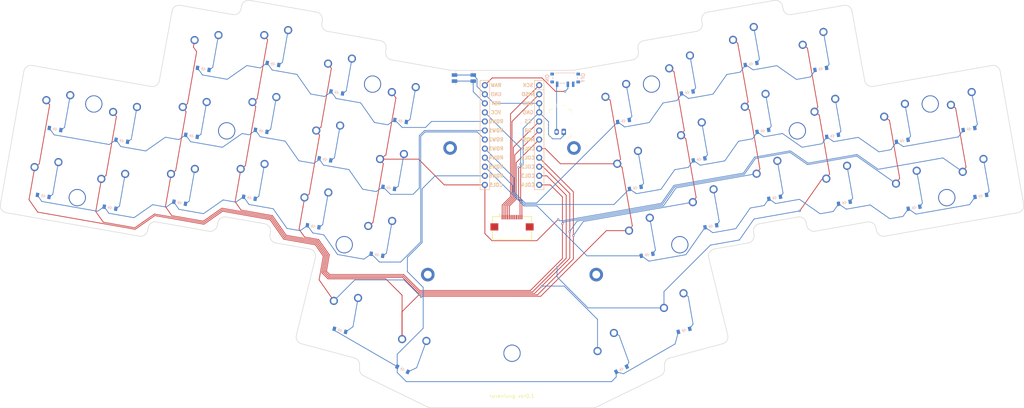
<source format=kicad_pcb>
(kicad_pcb (version 20240108) (generator "pcbnew") (generator_version "8.0")
  (title_block (title "raveniung-board") (date "2025-01-16") (rev "v1.0.0") (company "Unknown"))
  (layers (0 "F.Cu" signal) (31 "B.Cu" signal) (34 "B.Paste" user) (35 "F.Paste" user) (36 "B.SilkS" user "B.Silkscreen") (37 "F.SilkS" user "F.Silkscreen") (38 "B.Mask" user) (39 "F.Mask" user) (44 "Edge.Cuts" user))
  (net 0 "")
  (net 1 "outer_bottom")
  (net 2 "COL0")
  (net 3 "GND")
  (net 4 "outer_home")
  (net 5 "pinky_bottom")
  (net 6 "COL1")
  (net 7 "pinky_home")
  (net 8 "ring_bottom")
  (net 9 "COL2")
  (net 10 "ring_home")
  (net 11 "ring_top")
  (net 12 "middle_bottom")
  (net 13 "COL3")
  (net 14 "middle_home")
  (net 15 "middle_top")
  (net 16 "index_bottom")
  (net 17 "COL4")
  (net 18 "index_home")
  (net 19 "index_top")
  (net 20 "inner_bottom")
  (net 21 "COL5")
  (net 22 "inner_home")
  (net 23 "inner_top")
  (net 24 "mirror_outer_bottom")
  (net 25 "mirror_outer_home")
  (net 26 "mirror_pinky_bottom")
  (net 27 "mirror_pinky_home")
  (net 28 "mirror_ring_bottom")
  (net 29 "mirror_ring_home")
  (net 30 "mirror_ring_top")
  (net 31 "mirror_middle_bottom")
  (net 32 "mirror_middle_home")
  (net 33 "mirror_middle_top")
  (net 34 "mirror_index_bottom")
  (net 35 "mirror_index_home")
  (net 36 "mirror_index_top")
  (net 37 "mirror_inner_bottom")
  (net 38 "mirror_inner_home")
  (net 39 "mirror_inner_top")
  (net 40 "inner_thumb")
  (net 41 "reachy_thumb")
  (net 42 "mirror_inner_thumb")
  (net 43 "mirror_reachy_thumb")
  (net 44 "ROW2")
  (net 45 "ROW1")
  (net 46 "ROW0")
  (net 47 "ROW5")
  (net 48 "ROW4")
  (net 49 "ROW3")
  (net 50 "ROW6")
  (net 51 "RAW")
  (net 52 "RST")
  (net 53 "VCC")
  (net 54 "SCK")
  (net 55 "MISO")
  (net 56 "CS")
  (net 57 "DR")
  (net 58 "MOSI")
  (net 59 "P6")
  (net 60 "P7")
  (net 61 "P8")
  (net 62 "P9")
  (net 63 "P10")
  (net 64 "BAT_P")
  (footprint "ceoloide:mounting_hole_npth" (layer "F.Cu") (at 90.716014 98.133855 -10)
    (property "Reference" "MH8" (hide yes))
    (property "Value" "")
  )
  (footprint "ceoloide:mounting_hole_plated" (layer "F.Cu") (at 184.35503 145.981016 -10)
    (property "Reference" "H3" (hide yes))
    (property "Value" "")
  )
  (footprint "ceoloide:mounting_hole_npth" (layer "F.Cu") (at 287.970891 105.670517 10)
    (property "Reference" "MH7" (hide yes))
    (property "Value" "")
  )
  (footprint "ceoloide:mounting_hole_npth" (layer "F.Cu") (at 86.084815 124.398686 -10)
    (property "Reference" "MH10" (hide yes))
    (property "Value" "")
  )
  (footprint "ceoloide:mounting_hole_npth" (layer "F.Cu") (at 325.228188 98.133859 10)
    (property "Reference" "MH9" (hide yes))
    (property "Value" "")
  )
  (footprint "ceoloide:mounting_hole_plated" (layer "F.Cu") (at 225.329145 110.478688 10)
    (property "Reference" "H2" (hide yes))
    (property "Value" "")
  )
  (footprint "ceoloide:mounting_hole_npth" (layer "F.Cu") (at 329.859384 124.398685 10)
    (property "Reference" "MH11" (hide yes))
    (property "Value" "")
  )
  (footprint "FPC-SMD_FPC05012-09200" (layer "F.Cu") (at 207.9721 131.237236)
    (property "Reference" "FFC1" (hide yes))
    (property "Value" "")
  )
  (footprint "ceoloide:mounting_hole_plated" (layer "F.Cu") (at 231.589166 145.981006 10)
    (property "Reference" "H4" (hide yes))
    (property "Value" "")
  )
  (footprint "ceoloide:battery_connector_jst_ph_2" (layer "F.Cu") (at 221.472103 105.97665 180)
    (property "Reference" "JST1" (hide yes))
    (property "Value" "")
  )
  (footprint "ceoloide:mounting_hole_npth" (layer "F.Cu") (at 247.074795 92.570533 10)
    (property "Reference" "MH3" (hide yes))
    (property "Value" "")
  )
  (footprint "ceoloide:mounting_hole_npth" (layer "F.Cu") (at 127.97331 105.670523 -10)
    (property "Reference" "MH6" (hide yes))
    (property "Value" "")
  )
  (footprint "ceoloide:mounting_hole_plated" (layer "F.Cu") (at 190.615044 110.478688 -10)
    (property "Reference" "H1" (hide yes))
    (property "Value" "")
  )
  (footprint "ceoloide:mounting_hole_npth" (layer "F.Cu") (at 207.972101 168.021817)
    (property "Reference" "MH1" (hide yes))
    (property "Value" "")
  )
  (footprint "ceoloide:mounting_hole_npth" (layer "F.Cu") (at 168.8694 92.570537 -10)
    (property "Reference" "MH2" (hide yes))
    (property "Value" "")
  )
  (footprint "ceoloide:mounting_hole_npth" (layer "F.Cu") (at 160.930204 137.59595 -10)
    (property "Reference" "MH4" (hide yes))
    (property "Value" "")
  )
  (footprint "ceoloide:mcu_nice_nano" (layer "F.Cu") (at 207.972091 105.576652)
    (property "Reference" "MCU1" (hide yes))
    (property "Value" "")
  )
  (footprint "ceoloide:mounting_hole_npth" (layer "F.Cu") (at 255.013992 137.59595 10)
    (property "Reference" "MH5" (hide yes))
    (property "Value" "")
  )
  (footprint "ceoloide:switch_mx" (layer "B.Cu") (at 159.70375 89.987188 -10)
    (property "Reference" "S13" (hide yes))
    (property "Value" "")
  )
  (footprint "ceoloide:diode_tht_sod123" (layer "B.Cu") (at 137.643162 105.682352 -10)
    (property "Reference" "D9" (hide yes))
    (property "Value" "")
  )
  (footprint "ceoloide:switch_mx" (layer "B.Cu") (at 179.462509 168.021822 -26)
    (property "Reference" "S33" (hide yes))
    (property "Value" "")
  )
  (footprint "ceoloide:switch_mx" (layer "B.Cu") (at 118.97306 102.149139 -10)
    (property "Reference" "S6" (hide yes))
    (property "Value" "")
  )
  (footprint "ceoloide:switch_mx" (layer "B.Cu") (at 115.665057 120.909731 -10)
    (property "Reference" "S5" (hide yes))
    (property "Value" "")
  )
  (footprint "ceoloide:diode_tht_sod123" (layer "B.Cu") (at 173.411857 121.661275 -10)
    (property "Reference" "D15" (hide yes))
    (property "Value" "")
  )
  (footprint "ceoloide:switch_mx" (layer "B.Cu") (at 256.240449 89.987193 10)
    (property "Reference" "S29" (hide yes))
    (property "Value" "")
  )
  (footprint "ceoloide:diode_tht_sod123" (layer "B.Cu") (at 176.719857 102.900692 -10)
    (property "Reference" "D16" (hide yes))
    (property "Value" "")
  )
  (footprint "ceoloide:diode_tht_sod123" (layer "B.Cu") (at 152.219512 132.432404 -10)
    (property "Reference" "D11" (hide yes))
    (property "Value" "")
  )
  (footprint "ceoloide:switch_mx" (layer "B.Cu") (at 244.972097 135.497825 10)
    (property "Reference" "S30" (hide yes))
    (property "Value" "")
  )
  (footprint "ceoloide:switch_mx" (layer "B.Cu") (at 77.415364 119.001247 -10)
    (property "Reference" "S1" (hide yes))
    (property "Value" "")
  )
  (footprint "ceoloide:switch_mx" (layer "B.Cu") (at 259.54845 108.747784 10)
    (property "Reference" "S28" (hide yes))
    (property "Value" "")
  )
  (footprint "ceoloide:switch_mx" (layer "B.Cu") (at 316.50949 103.539982 10)
    (property "Reference" "S20" (hide yes))
    (property "Value" "")
  )
  (footprint "ceoloide:diode_tht_sod123" (layer "B.Cu") (at 155.527508 113.67181 -10)
    (property "Reference" "D12" (hide yes))
    (property "Value" "")
  )
  (footprint "ceoloide:diode_tht_sod123" (layer "B.Cu") (at 297.839385 107.073183 10)
    (property "Reference" "D22" (hide yes))
    (property "Value" "")
  )
  (footprint "ceoloide:diode_tht_sod123" (layer "B.Cu") (at 114.796819 125.83377 -10)
    (property "Reference" "D5" (hide yes))
    (property "Value" "")
  )
  (footprint "ceoloide:diode_tht_sod123" (layer "B.Cu") (at 263.724683 132.432401 10)
    (property "Reference" "D27" (hide yes))
    (property "Value" "")
  )
  (footprint "ceoloide:diode_tht_sod123" (layer "B.Cu") (at 260.416692 113.671818 10)
    (property "Reference" "D28" (hide yes))
    (property "Value" "")
  )
  (footprint "ceoloide:diode_tht_sod123" (layer "B.Cu") (at 238.673544 172.515791 26)
    (property "Reference" "D35" (hide yes))
    (property "Value" "")
  )
  (footprint "ceoloide:switch_mx" (layer "B.Cu") (at 254.908793 156.777176 15)
    (property "Reference" "S36" (hide yes))
    (property "Value" "")
  )
  (footprint "ceoloide:switch_mx" (layer "B.Cu") (at 156.395749 108.747779 -10)
    (property "Reference" "S12" (hide yes))
    (property "Value" "")
  )
  (footprint "ceoloide:switch_mx" (layer "B.Cu") (at 161.03541 156.777176 -15)
    (property "Reference" "S34" (hide yes))
    (property "Value" "")
  )
  (footprint "ceoloide:switch_mx" (layer "B.Cu") (at 300.279141 120.90973 10)
    (property "Reference" "S21" (hide yes))
    (property "Value" "")
  )
  (footprint "ceoloide:switch_mx" (layer "B.Cu") (at 236.481689 168.021819 26)
    (property "Reference" "S35" (hide yes))
    (property "Value" "")
  )
  (footprint "ceoloide:diode_tht_sod123" (layer "B.Cu") (at 245.840339 140.421867 10)
    (property "Reference" "D30" (hide yes))
    (property "Value" "")
  )
  (footprint "ceoloide:switch_mx" (layer "B.Cu") (at 122.281053 83.388555 -10)
    (property "Reference" "S7" (hide yes))
    (property "Value" "")
  )
  (footprint "ceoloide:diode_tht_sod123" (layer "B.Cu") (at 336.08908 105.164701 10)
    (property "Reference" "D18" (hide yes))
    (property "Value" "")
  )
  (footprint "ceoloide:switch_mx" (layer "B.Cu") (at 141.819397 81.997722 -10)
    (property "Reference" "S10" (hide yes))
    (property "Value" "")
  )
  (footprint "ceoloide:diode_tht_sod123" (layer "B.Cu") (at 140.951164 86.921763 -10)
    (property "Reference" "D10" (hide yes))
    (property "Value" "")
  )
  (footprint "ceoloide:diode_tht_sod123" (layer "B.Cu") (at 95.258472 127.224602 -10)
    (property "Reference" "D3" (hide yes))
    (property "Value" "")
  )
  (footprint "ceoloide:diode_tht_sod123" (layer "B.Cu") (at 121.41281 88.31259 -10)
    (property "Reference" "D7" (hide yes))
    (property "Value" "")
  )
  (footprint "ceoloide:diode_tht_sod123" (layer "B.Cu") (at 239.224341 102.900688 10)
    (property "Reference" "D32" (hide yes))
    (property "Value" "")
  )
  (footprint "ceoloide:diode_tht_sod123" (layer "B.Cu") (at 339.397076 123.925287 10)
    (property "Reference" "D17" (hide yes))
    (property "Value" "")
  )
  (footprint "ceoloide:switch_mx" (layer "B.Cu") (at 280.740795 119.518897 10)
    (property "Reference" "S24" (hide yes))
    (property "Value" "")
  )
  (footprint "ceoloide:diode_tht_sod123" (layer "B.Cu") (at 257.108689 94.91122 10)
    (property "Reference" "D29" (hide yes))
    (property "Value" "")
  )
  (footprint "ceoloide:diode_tht_sod123" (layer "B.Cu") (at 158.835509 94.911224 -10)
    (property "Reference" "D13" (hide yes))
    (property "Value" "")
  )
  (footprint "ceoloide:switch_mx" (layer "B.Cu") (at 262.856445 127.508359 10)
    (property "Reference" "S27" (hide yes))
    (property "Value" "")
  )
  (footprint "ceoloide:diode_tht_sod123" (layer "B.Cu") (at 98.566471 108.464012 -10)
    (property "Reference" "D4" (hide yes))
    (property "Value" "")
  )
  (footprint "ceoloide:reset_switch_smd_side" (layer "B.Cu") (at 194.472102 90.876653)
    (property "Reference" "RST1" (hide yes))
    (property "Value" "")
  )
  (footprint "ceoloide:switch_mx" (layer "B.Cu") (at 177.588098 97.976652 -10)
    (property "Reference" "S16" (hide yes))
    (property "Value" "")
  )
  (footprint "ceoloide:switch_mx" (layer "B.Cu") (at 153.087754 127.508358 -10)
    (property "Reference" "S11" (hide yes))
    (property "Value" "")
  )
  (footprint "ceoloide:switch_mx" (layer "B.Cu") (at 338.528838 119.001247 10)
    (property "Reference" "S17" (hide yes))
    (property "Value" "")
  )
  (footprint "ceoloide:switch_mx" (layer "B.Cu") (at 135.2034 119.518904 -10)
    (property "Reference" "S8" (hide yes))
    (property "Value" "")
  )
  (footprint "ceoloide:diode_tht_sod123" (layer "B.Cu") (at 177.270659 172.515785 -26)
    (property "Reference" "D33" (hide yes))
    (property "Value" "")
  )
  (footprint "ceoloide:switch_mx" (layer "B.Cu") (at 96.126715 122.300565 -10)
    (property "Reference" "S3" (hide yes))
    (property "Value" "")
  )
  (footprint "ceoloide:switch_mx" (layer "B.Cu") (at 274.124798 81.997726 10)
    (property "Reference" "S26" (hide yes))
    (property "Value" "")
  )
  (footprint "ceoloide:switch_mx" (layer "B.Cu") (at 319.817489 122.300561 10)
    (property "Reference" "S19" (hide yes))
    (property "Value" "")
  )
  (footprint "ceoloide:diode_tht_sod123" (layer "B.Cu") (at 159.74131 161.606802 -15)
    (property "Reference" "D34" (hide yes))
    (property "Value" "")
  )
  (footprint "ceoloide:switch_mx" (layer "B.Cu") (at 335.220844 100.240665 10)
    (property "Reference" "S18" (hide yes))
    (property "Value" "")
  )
  (footprint "ceoloide:diode_tht_sod123" (layer "B.Cu") (at 170.103861 140.421865 -10)
    (property "Reference" "D14" (hide yes))
    (property "Value" "")
  )
  (footprint "ceoloide:diode_tht_sod123" (layer "B.Cu") (at 317.377734 108.464011 10)
    (property "Reference" "D20" (hide yes))
    (property "Value" "")
  )
  (footprint "ceoloide:switch_mx" (layer "B.Cu") (at 174.280099 116.737236 -10)
    (property "Reference" "S15" (hide yes))
    (property "Value" "")
  )
  (footprint "ceoloide:diode_tht_sod123" (layer "B.Cu") (at 118.104817 107.073183 -10)
    (property "Reference" "D6" (hide yes))
    (property "Value" "")
  )
  (footprint "ceoloide:switch_mx" (layer "B.Cu") (at 293.663146 83.388552 10)
    (property "Reference" "S23" (hide yes))
    (property "Value" "")
  )
  (footprint "ceoloide:switch_mx" (layer "B.Cu") (at 296.971142 102.149147 10)
    (property "Reference" "S22" (hide yes))
    (property "Value" "")
  )
  (footprint "ceoloide:switch_mx" (layer "B.Cu") (at 138.511401 100.758315 -10)
    (property "Reference" "S9" (hide yes))
    (property "Value" "")
  )
  (footprint "ceoloide:switch_mx" (layer "B.Cu") (at 241.664099 116.737241 10)
    (property "Reference" "S31" (hide yes))
    (property "Value" "")
  )
  (footprint "ceoloide:diode_tht_sod123" (layer "B.Cu") (at 281.609039 124.44294 10)
    (property "Reference" "D24" (hide yes))
    (property "Value" "")
  )
  (footprint "ceoloide:power_switch_smd_side" (layer "B.Cu") (at 222.872099 90.87665 90)
    (property "Reference" "PWR1" (hide yes))
    (property "Value" "")
  )
  (footprint "ceoloide:diode_tht_sod123" (layer "B.Cu") (at 301.147388 125.833771 10)
    (property "Reference" "D21" (hide yes))
    (property "Value" "")
  )
  (footprint "ceoloide:switch_mx" (layer "B.Cu") (at 99.434701 103.539977 -10)
    (property "Reference" "S4" (hide yes))
    (property "Value" "")
  )
  (footprint "ceoloide:diode_tht_sod123" (layer "B.Cu") (at 274.993038 86.921768 10)
    (property "Reference" "D26" (hide yes))
    (property "Value" "")
  )
  (footprint "ceoloide:diode_tht_sod123" (layer "B.Cu") (at 134.335166 124.44294 -10)
    (property "Reference" "D8" (hide yes))
    (property "Value" "")
  )
  (footprint "ceoloide:diode_tht_sod123" (layer "B.Cu") (at 256.202892 161.606806 15)
    (property "Reference" "D36" (hide yes))
    (property "Value" "")
  )
  (footprint "ceoloide:diode_tht_sod123" (layer "B.Cu") (at 294.53139 88.312597 10)
    (property "Reference" "D23" (hide yes))
    (property "Value" "")
  )
  (footprint "ceoloide:diode_tht_sod123" (layer "B.Cu") (at 242.53234 121.661277 10)
    (property "Reference" "D31" (hide yes))
    (property "Value" "")
  )
  (footprint "ceoloide:diode_tht_sod123" (layer "B.Cu") (at 278.301039 105.682349 10)
    (property "Reference" "D25" (hide yes))
    (property "Value" "")
  )
  (footprint "ceoloide:diode_tht_sod123" (layer "B.Cu") (at 76.547119 123.925284 -10)
    (property "Reference" "D1" (hide yes))
    (property "Value" "")
  )
  (footprint "ceoloide:switch_mx" (layer "B.Cu") (at 170.9721 135.497827 -10)
    (property "Reference" "S14" (hide yes))
    (property "Value" "")
  )
  (footprint "ceoloide:diode_tht_sod123" (layer "B.Cu") (at 79.85512 105.164701 -10)
    (property "Reference" "D2" (hide yes))
    (property "Value" "")
  )
  (footprint "ceoloide:switch_mx" (layer "B.Cu") (at 238.356099 97.976647 10)
    (property "Reference" "S32" (hide yes))
    (property "Value" "")
  )
  (footprint "ceoloide:switch_mx" (layer "B.Cu") (at 277.432795 100.758315 10)
    (property "Reference" "S25" (hide yes))
    (property "Value" "")
  )
  (footprint "ceoloide:switch_mx" (layer "B.Cu") (at 80.723363 100.240663 -10)
    (property "Reference" "S2" (hide yes))
    (property "Value" "")
  )
  (footprint "ceoloide:diode_tht_sod123" (layer "B.Cu") (at 320.685722 127.224599 10)
    (property "Reference" "D19" (hide yes))
    (property "Value" "")
  )
  (gr_arc (start 66.143826 128.620094) (mid 64.852798 127.797638) (end 64.521515 126.303186) (stroke (width 0.15)) (layer "Edge.Cuts"))
  (gr_arc (start 268.439953 162.957098) (mid 268.219365 164.452459) (end 267.015422 165.366419) (stroke (width 0.15)) (layer "Edge.Cuts"))
  (gr_arc (start 171.032535 80.378428) (mid 172.306435 81.176865) (end 172.664242 82.637111) (stroke (width 0.15)) (layer "Edge.Cuts"))
  (gr_line (start 156.284283 77.777921) (end 171.032535 80.378428) (stroke (width 0.15)) (layer "Edge.Cuts"))
  (gr_arc (start 131.975926 71.520732) (mid 131.140269 72.770519) (end 129.670114 73.085122) (stroke (width 0.15)) (layer "Edge.Cuts"))
  (gr_arc (start 250.723325 172.519499) (mid 250.42574 173.592819) (end 249.600202 174.340529) (stroke (width 0.15)) (layer "Edge.Cuts"))
  (gr_line (start 261.29162 75.519237) (end 261.164309 74.647649) (stroke (width 0.15)) (layer "Edge.Cuts"))
  (gr_line (start 140.127255 134.858438) (end 140.254573 133.986849) (stroke (width 0.15)) (layer "Edge.Cuts"))
  (gr_line (start 262.796013 72.388972) (end 281.483989 69.093768) (stroke (width 0.15)) (layer "Edge.Cuts"))
  (gr_line (start 249.600202 174.340529) (end 231.634059 183.103209) (stroke (width 0.15)) (layer "Edge.Cuts"))
  (gr_line (start 250.708955 171.293864) (end 250.723325 172.519499) (stroke (width 0.15)) (layer "Edge.Cuts"))
  (gr_arc (start 166.343995 174.340529) (mid 165.518448 173.592825) (end 165.220876 172.519497) (stroke (width 0.15)) (layer "Edge.Cuts"))
  (gr_line (start 349.800368 128.620097) (end 312.458297 135.204516) (stroke (width 0.15)) (layer "Edge.Cuts"))
  (gr_arc (start 191.004226 88.705094) (mid 190.829913 88.697485) (end 190.656925 88.674718) (stroke (width 0.15)) (layer "Edge.Cuts"))
  (gr_line (start 225.287274 88.674716) (end 241.775567 85.767379) (stroke (width 0.15)) (layer "Edge.Cuts"))
  (gr_line (start 138.622867 131.728177) (end 127.814343 129.822337) (stroke (width 0.15)) (layer "Edge.Cuts"))
  (gr_arc (start 286.274083 73.085116) (mid 284.803915 72.770538) (end 283.968272 71.520727) (stroke (width 0.15)) (layer "Edge.Cuts"))
  (gr_arc (start 151.249009 138.790468) (mid 152.577242 139.668054) (end 152.843881 141.23755) (stroke (width 0.15)) (layer "Edge.Cuts"))
  (gr_arc (start 132.154403 70.658161) (mid 132.990042 69.408333) (end 134.460214 69.093771) (stroke (width 0.15)) (layer "Edge.Cuts"))
  (gr_arc (start 156.284283 77.777921) (mid 155.010357 76.979487) (end 154.652583 75.519236) (stroke (width 0.15)) (layer "Edge.Cuts"))
  (gr_arc (start 174.168634 85.767384) (mid 172.894692 84.96896) (end 172.536927 83.508697) (stroke (width 0.15)) (layer "Edge.Cuts"))
  (gr_arc (start 225.287274 88.674716) (mid 225.114289 88.697487) (end 224.939977 88.705096) (stroke (width 0.15)) (layer "Edge.Cuts"))
  (gr_arc (start 109.092934 91.617777) (mid 108.267715 92.900541) (end 106.778102 93.228494) (stroke (width 0.15)) (layer "Edge.Cuts"))
  (gr_line (start 283.789802 70.658169) (end 283.968272 71.520727) (stroke (width 0.15)) (layer "Edge.Cuts"))
  (gr_line (start 165.220876 172.519497) (end 165.235245 171.293862) (stroke (width 0.15)) (layer "Edge.Cuts"))
  (gr_arc (start 312.458297 135.204516) (mid 310.988123 134.889943) (end 310.152488 133.640126) (stroke (width 0.15)) (layer "Edge.Cuts"))
  (gr_line (start 288.129861 129.822335) (end 277.321333 131.728171) (stroke (width 0.15)) (layer "Edge.Cuts"))
  (gr_line (start 244.911667 80.378434) (end 259.659917 77.777918) (stroke (width 0.15)) (layer "Edge.Cuts"))
  (gr_line (start 131.975926 71.520732) (end 132.154403 70.658161) (stroke (width 0.15)) (layer "Edge.Cuts"))
  (gr_line (start 310.152488 133.640126) (end 309.974021 132.777558) (stroke (width 0.15)) (layer "Edge.Cuts"))
  (gr_arc (start 105.970177 132.777557) (mid 106.805822 131.52772) (end 108.275998 131.213169) (stroke (width 0.15)) (layer "Edge.Cuts"))
  (gr_line (start 243.40727 83.508701) (end 243.27996 82.637113) (stroke (width 0.15)) (layer "Edge.Cuts"))
  (gr_line (start 267.015422 165.366419) (end 252.191185 169.338568) (stroke (width 0.15)) (layer "Edge.Cuts"))
  (gr_arc (start 300.976671 70.492661) (mid 302.466301 70.820579) (end 303.291497 72.103369) (stroke (width 0.15)) (layer "Edge.Cuts"))
  (gr_arc (start 250.708955 171.293864) (mid 251.115019 170.062238) (end 252.191185 169.338568) (stroke (width 0.15)) (layer "Edge.Cuts"))
  (gr_arc (start 105.791715 133.640126) (mid 104.956057 134.889915) (end 103.485897 135.204514) (stroke (width 0.15)) (layer "Edge.Cuts"))
  (gr_arc (start 125.330058 132.249293) (mid 124.49441 133.49912) (end 123.024246 133.813681) (stroke (width 0.15)) (layer "Edge.Cuts"))
  (gr_arc (start 263.100321 141.237557) (mid 263.366921 139.66803) (end 264.695193 138.790464) (stroke (width 0.15)) (layer "Edge.Cuts"))
  (gr_arc (start 307.668208 131.213163) (mid 309.138371 131.527739) (end 309.974021 132.777558) (stroke (width 0.15)) (layer "Edge.Cuts"))
  (gr_line (start 109.092934 91.617777) (end 112.652693 72.103358) (stroke (width 0.15)) (layer "Edge.Cuts"))
  (gr_arc (start 163.753016 169.338568) (mid 164.829222 170.062207) (end 165.235245 171.293862) (stroke (width 0.15)) (layer "Edge.Cuts"))
  (gr_line (start 151.249009 138.790468) (end 141.758964 137.117121) (stroke (width 0.15)) (layer "Edge.Cuts"))
  (gr_arc (start 148.928779 165.366424) (mid 147.724813 164.452476) (end 147.504249 162.957097) (stroke (width 0.15)) (layer "Edge.Cuts"))
  (gr_arc (start 309.166093 93.228493) (mid 307.676481 92.900554) (end 306.851262 91.617784) (stroke (width 0.15)) (layer "Edge.Cuts"))
  (gr_line (start 64.521515 126.303186) (end 71.104515 88.969124) (stroke (width 0.15)) (layer "Edge.Cuts"))
  (gr_arc (start 112.652693 72.103358) (mid 113.47791 70.820588) (end 114.967527 70.492649) (stroke (width 0.15)) (layer "Edge.Cuts"))
  (gr_line (start 172.664242 82.637111) (end 172.536927 83.508697) (stroke (width 0.15)) (layer "Edge.Cuts"))
  (gr_line (start 174.168634 85.767384) (end 190.656925 88.674718) (stroke (width 0.15)) (layer "Edge.Cuts"))
  (gr_arc (start 261.29162 75.519237) (mid 260.93381 76.979463) (end 259.659917 77.777918) (stroke (width 0.15)) (layer "Edge.Cuts"))
  (gr_arc (start 243.40727 83.508701) (mid 243.049473 84.968936) (end 241.775567 85.767379) (stroke (width 0.15)) (layer "Edge.Cuts"))
  (gr_arc (start 281.483989 69.093768) (mid 282.954165 69.408337) (end 283.789802 70.658169) (stroke (width 0.15)) (layer "Edge.Cuts"))
  (gr_arc (start 288.129861 129.822335) (mid 289.599996 130.136933) (end 290.435668 131.386724) (stroke (width 0.15)) (layer "Edge.Cuts"))
  (gr_line (start 230.757316 183.30562) (end 185.186879 183.305611) (stroke (width 0.15)) (layer "Edge.Cuts"))
  (gr_arc (start 125.508526 131.386725) (mid 126.344177 130.13693) (end 127.814343 129.822337) (stroke (width 0.15)) (layer "Edge.Cuts"))
  (gr_line (start 191.004226 88.705094) (end 224.939977 88.705096) (stroke (width 0.15)) (layer "Edge.Cuts"))
  (gr_arc (start 351.42269 126.303183) (mid 351.091364 127.79761) (end 349.800368 128.620097) (stroke (width 0.15)) (layer "Edge.Cuts"))
  (gr_line (start 263.100321 141.237557) (end 268.439953 162.957098) (stroke (width 0.15)) (layer "Edge.Cuts"))
  (gr_line (start 114.967527 70.492649) (end 129.670114 73.085122) (stroke (width 0.15)) (layer "Edge.Cuts"))
  (gr_arc (start 71.104515 88.969124) (mid 71.926985 87.678152) (end 73.421423 87.346803) (stroke (width 0.15)) (layer "Edge.Cuts"))
  (gr_arc (start 141.758964 137.117121) (mid 140.485051 136.318683) (end 140.127255 134.858438) (stroke (width 0.15)) (layer "Edge.Cuts"))
  (gr_line (start 274.185234 137.117119) (end 264.695193 138.790464) (stroke (width 0.15)) (layer "Edge.Cuts"))
  (gr_line (start 286.274083 73.085116) (end 300.976671 70.492661) (stroke (width 0.15)) (layer "Edge.Cuts"))
  (gr_arc (start 275.816933 134.858438) (mid 275.459124 136.318664) (end 274.185234 137.117119) (stroke (width 0.15)) (layer "Edge.Cuts"))
  (gr_arc (start 342.522783 87.346807) (mid 344.017252 87.678108) (end 344.839689 88.969128) (stroke (width 0.15)) (layer "Edge.Cuts"))
  (gr_line (start 73.421423 87.346803) (end 106.778102 93.228494) (stroke (width 0.15)) (layer "Edge.Cuts"))
  (gr_line (start 147.504249 162.957097) (end 152.843881 141.23755) (stroke (width 0.15)) (layer "Edge.Cuts"))
  (gr_line (start 134.460214 69.093771) (end 153.148185 72.388966) (stroke (width 0.15)) (layer "Edge.Cuts"))
  (gr_arc (start 243.27996 82.637113) (mid 243.637751 81.176854) (end 244.911667 80.378434) (stroke (width 0.15)) (layer "Edge.Cuts"))
  (gr_line (start 303.291497 72.103369) (end 306.851262 91.617784) (stroke (width 0.15)) (layer "Edge.Cuts"))
  (gr_arc (start 231.634059 183.103209) (mid 231.207219 183.254367) (end 230.757316 183.30562) (stroke (width 0.15)) (layer "Edge.Cuts"))
  (gr_line (start 290.614144 132.249291) (end 290.435668 131.386724) (stroke (width 0.15)) (layer "Edge.Cuts"))
  (gr_line (start 344.839689 88.969128) (end 351.42269 126.303183) (stroke (width 0.15)) (layer "Edge.Cuts"))
  (gr_line (start 154.77989 74.647651) (end 154.652583 75.519236) (stroke (width 0.15)) (layer "Edge.Cuts"))
  (gr_line (start 125.508526 131.386725) (end 125.330058 132.249293) (stroke (width 0.15)) (layer "Edge.Cuts"))
  (gr_line (start 105.970177 132.777557) (end 105.791715 133.640126) (stroke (width 0.15)) (layer "Edge.Cuts"))
  (gr_arc (start 292.919959 133.813682) (mid 291.449816 133.499088) (end 290.614144 132.249291) (stroke (width 0.15)) (layer "Edge.Cuts"))
  (gr_arc (start 153.148185 72.388966) (mid 154.422103 73.187393) (end 154.77989 74.647651) (stroke (width 0.15)) (layer "Edge.Cuts"))
  (gr_arc (start 275.689621 133.986859) (mid 276.047397 132.526584) (end 277.321333 131.728171) (stroke (width 0.15)) (layer "Edge.Cuts"))
  (gr_line (start 184.310137 183.103206) (end 166.343995 174.340529) (stroke (width 0.15)) (layer "Edge.Cuts"))
  (gr_arc (start 185.186879 183.305611) (mid 184.736981 183.254346) (end 184.310137 183.103206) (stroke (width 0.15)) (layer "Edge.Cuts"))
  (gr_arc (start 138.622867 131.728177) (mid 139.896783 132.526596) (end 140.254573 133.986849) (stroke (width 0.15)) (layer "Edge.Cuts"))
  (gr_line (start 309.166093 93.228493) (end 342.522783 87.346807) (stroke (width 0.15)) (layer "Edge.Cuts"))
  (gr_arc (start 261.164309 74.647649) (mid 261.52209 73.187388) (end 262.796013 72.388972) (stroke (width 0.15)) (layer "Edge.Cuts"))
  (gr_line (start 307.668208 131.213163) (end 292.919959 133.813682) (stroke (width 0.15)) (layer "Edge.Cuts"))
  (gr_line (start 163.753016 169.338568) (end 148.928779 165.366424) (stroke (width 0.15)) (layer "Edge.Cuts"))
  (gr_line (start 123.024246 133.813681) (end 108.275998 131.213169) (stroke (width 0.15)) (layer "Edge.Cuts"))
  (gr_line (start 103.485897 135.204514) (end 66.143826 128.620094) (stroke (width 0.15)) (layer "Edge.Cuts"))
  (gr_line (start 275.689621 133.986859) (end 275.816933 134.858438) (stroke (width 0.15)) (layer "Edge.Cuts"))
  (gr_text "raveniung ver0.1" (at 207.972101 180.021818 0) (layer "F.SilkS") (effects (font (size 1 1))))
  (segment (start 80.798907 114.43949) (end 79.203077 123.489872) (width 0.2) (layer "B.Cu") (net 1))
  (segment (start 79.203077 123.489872) (end 78.172056 124.211805) (width 0.2) (layer "B.Cu") (net 1))
  (segment (start 153.887226 147.445943) (end 158.012629 153.337622) (width 0.2) (layer "F.Cu") (net 2))
  (segment (start 155.059149 140.799631) (end 153.887226 147.445943) (width 0.2) (layer "F.Cu") (net 2))
  (segment (start 182.671139 152.054488) (end 183.221138 152.054488) (width 0.2) (layer "F.Cu") (net 2))
  (segment (start 235.487034 97.063989) (end 238.398069 113.573313) (width 0.2) (layer "F.Cu") (net 2))
  (segment (start 78.339462 98.401758) (end 75.428427 114.911081) (width 0.2) (layer "F.Cu") (net 2))
  (segment (start 238.795036 115.824578) (end 241.706074 132.3339) (width 0.2) (layer "F.Cu") (net 2))
  (segment (start 209.096616 152.054489) (end 215.387111 152.054489) (width 0.2) (layer "F.Cu") (net 2))
  (segment (start 237.470913 114.897427) (end 238.795036 115.824578) (width 0.2) (layer "F.Cu") (net 2))
  (segment (start 241.706074 132.3339) (end 240.778915 133.658013) (width 0.2) (layer "F.Cu") (net 2))
  (segment (start 74.152536 115.907113) (end 72.552359 124.982175) (width 0.2) (layer "F.Cu") (net 2))
  (segment (start 216.022593 152.054491) (end 234.419069 133.658012) (width 0.2) (layer "F.Cu") (net 2))
  (segment (start 221.545011 114.897428) (end 237.470915 114.897426) (width 0.2) (layer "F.Cu") (net 2))
  (segment (start 75.428427 114.911081) (end 74.104311 115.838238) (width 0.2) (layer "F.Cu") (net 2))
  (segment (start 140.112184 130.548381) (end 143.965192 136.051046) (width 0.2) (layer "F.Cu") (net 2))
  (segment (start 217.304237 110.656652) (end 217.794592 111.147009) (width 0.2) (layer "F.Cu") (net 2))
  (segment (start 74.104314 115.838233) (end 74.152536 115.907113) (width 0.2) (layer "F.Cu") (net 2))
  (segment (start 107.81692 129.423274) (end 121.604225 131.854351) (width 0.2) (layer "F.Cu") (net 2))
  (segment (start 102.314253 133.276285) (end 107.81692 129.423274) (width 0.2) (layer "F.Cu") (net 2))
  (segment (start 183.221138 152.054488) (end 209.096616 152.054489) (width 0.2) (layer "F.Cu") (net 2))
  (segment (start 74.985838 128.457546) (end 102.314253 133.276285) (width 0.2) (layer "F.Cu") (net 2))
  (segment (start 234.162922 96.136835) (end 235.487034 97.063989) (width 0.2) (layer "F.Cu") (net 2))
  (segment (start 215.592089 110.656654) (end 217.304237 110.656652) (width 0.2) (layer "F.Cu") (net 2))
  (segment (start 238.398069 113.573313) (end 237.470913 114.897427) (width 0.2) (layer "F.Cu") (net 2))
  (segment (start 77.412312 97.077653) (end 78.339462 98.401758) (width 0.2) (layer "F.Cu") (net 2))
  (segment (start 234.419069 133.658012) (end 240.778913 133.658013) (width 0.2) (layer "F.Cu") (net 2))
  (segment (start 217.794592 111.147009) (end 221.545011 114.897428) (width 0.2) (layer "F.Cu") (net 2))
  (segment (start 121.604225 131.854351) (end 126.81728 128.20413) (width 0.2) (layer "F.Cu") (net 2))
  (segment (start 72.552359 124.982175) (end 74.985838 128.457546) (width 0.2) (layer "F.Cu") (net 2))
  (segment (start 126.81728 128.20413) (end 140.112184 130.548381) (width 0.2) (layer "F.Cu") (net 2))
  (segment (start 152.828461 137.613876) (end 155.059149 140.799631) (width 0.2) (layer "F.Cu") (net 2))
  (segment (start 215.387111 152.054489) (end 216.022593 152.054491) (width 0.2) (layer "F.Cu") (net 2))
  (segment (start 143.965192 136.051046) (end 152.828461 137.613876) (width 0.2) (layer "F.Cu") (net 2))
  (segment (start 182.471137 152.254485) (end 182.671139 152.054488) (width 0.2) (layer "F.Cu") (net 2))
  (via (at 182.471137 152.254485) (size 0.6) (drill 0.3) (layers "F.Cu" "B.Cu") (net 2))
  (segment (start 158.012629 153.337623) (end 163.879793 147.470462) (width 0.2) (layer "B.Cu") (net 2))
  (segment (start 177.687111 147.470461) (end 182.471137 152.254485) (width 0.2) (layer "B.Cu") (net 2))
  (segment (start 163.879793 147.470462) (end 177.687111 147.470461) (width 0.2) (layer "B.Cu") (net 2))
  (segment (start 210.222105 129.874734) (end 210.222101 125.32835) (width 0.2) (layer "F.Cu") (net 3))
  (segment (start 210.222101 125.32835) (end 209.799407 124.905656) (width 0.2) (layer "F.Cu") (net 3))
  (segment (start 209.799407 124.905656) (end 209.799396 115.905658) (width 0.2) (layer "F.Cu") (net 3))
  (via (at 209.799396 115.905658) (size 0.6) (drill 0.3) (layers "F.Cu" "B.Cu") (net 3))
  (segment (start 197.097099 90.02665) (end 191.847097 90.026643) (width 0.2) (layer "B.Cu") (net 3))
  (segment (start 200.352097 95.416651) (end 198.172098 93.236649) (width 0.2) (layer "B.Cu") (net 3))
  (segment (start 221.549407 107.905653) (end 222.472094 106.982963) (width 0.2) (layer "B.Cu") (net 3))
  (segment (start 218.199411 103.10396) (end 218.1994 106.755655) (width 0.2) (layer "B.Cu") (net 3))
  (segment (start 209.799396 115.905658) (end 210.347932 115.905652) (width 0.2) (layer "B.Cu") (net 3))
  (segment (start 202.8921 97.956651) (end 200.352097 95.416651) (width 0.2) (layer "B.Cu") (net 3))
  (segment (start 198.172098 93.236649) (end 198.172101 91.10165) (width 0.2) (layer "B.Cu") (net 3))
  (segment (start 215.592099 100.496652) (end 218.199411 103.10396) (width 0.2) (layer "B.Cu") (net 3))
  (segment (start 210.347932 115.905652) (end 211.099404 115.154184) (width 0.2) (layer "B.Cu") (net 3))
  (segment (start 215.592099 100.496652) (end 215.592098 97.95665) (width 0.2) (layer "B.Cu") (net 3))
  (segment (start 211.099404 115.154184) (end 211.099406 104.989341) (width 0.2) (layer "B.Cu") (net 3))
  (segment (start 222.472094 106.982963) (end 222.472098 105.976649) (width 0.2) (layer "B.Cu") (net 3))
  (segment (start 211.099406 104.989341) (end 215.592099 100.496652) (width 0.2) (layer "B.Cu") (net 3))
  (segment (start 215.592098 97.95665) (end 202.8921 97.956651) (width 0.2) (layer "B.Cu") (net 3))
  (segment (start 198.172101 91.10165) (end 197.097099 90.02665) (width 0.2) (layer "B.Cu") (net 3))
  (segment (start 219.349406 107.905652) (end 221.549407 107.905653) (width 0.2) (layer "B.Cu") (net 3))
  (segment (start 218.1994 106.755655) (end 219.349406 107.905652) (width 0.2) (layer "B.Cu") (net 3))
  (segment (start 82.511072 104.729291) (end 81.480054 105.451217) (width 0.2) (layer "B.Cu") (net 4))
  (segment (start 84.1069 95.678905) (end 82.511072 104.729291) (width 0.2) (layer "B.Cu") (net 4))
  (segment (start 97.914428 126.789194) (end 96.883402 127.511123) (width 0.2) (layer "B.Cu") (net 5))
  (segment (start 99.510256 117.738802) (end 97.914428 126.789194) (width 0.2) (layer "B.Cu") (net 5))
  (segment (start 99.675491 132.404827) (end 102.220543 132.85359) (width 0.2) (layer "F.Cu") (net 6))
  (segment (start 94.139773 118.210397) (end 92.81566 119.13755) (width 0.2) (layer "F.Cu") (net 6))
  (segment (start 153.061089 137.248727) (end 154.170071 138.832517) (width 0.2) (layer "F.Cu") (net 6))
  (segment (start 149.204892 136.568774) (end 153.061089 137.248727) (width 0.2) (layer "F.Cu") (net 6))
  (segment (start 177.151564 156.354995) (end 181.852074 151.654486) (width 0.2) (layer "F.Cu") (net 6))
  (segment (start 214.84913 151.65449) (end 215.122592 151.654491) (width 0.2) (layer "F.Cu") (net 6))
  (segment (start 256.679377 107.835119) (end 259.590414 124.344434) (width 0.2) (layer "F.Cu") (net 6))
  (segment (start 225.19092 135.036162) (end 225.16592 135.011162) (width 0.2) (layer "F.Cu") (net 6))
  (segment (start 177.151565 151.753982) (end 177.151565 164.06869) (width 0.2) (layer "F.Cu") (net 6))
  (segment (start 107.72321 129.000581) (end 116.749648 130.592183) (width 0.2) (layer "F.Cu") (net 6))
  (segment (start 225.165922 122.770483) (end 215.592092 113.196654) (width 0.2) (layer "F.Cu") (net 6))
  (segment (start 256.282418 105.583845) (end 255.355265 106.907962) (width 0.2) (layer "F.Cu") (net 6))
  (segment (start 104.546541 131.224909) (end 107.72321 129.000581) (width 0.2) (layer "F.Cu") (net 6))
  (segment (start 252.047267 88.147371) (end 253.371383 89.074528) (width 0.2) (layer "F.Cu") (net 6))
  (segment (start 97.050811 101.701082) (end 94.139773 118.210397) (width 0.2) (layer "F.Cu") (net 6))
  (segment (start 156.355017 147.154488) (end 172.552073 147.154486) (width 0.2) (layer "F.Cu") (net 6))
  (segment (start 154.845307 144.315921) (end 154.689021 145.202248) (width 0.2) (layer "F.Cu") (net 6))
  (segment (start 154.689021 145.202248) (end 154.68902 145.488498) (width 0.2) (layer "F.Cu") (net 6))
  (segment (start 154.68902 145.488498) (end 156.355017 147.154488) (width 0.2) (layer "F.Cu") (net 6))
  (segment (start 253.371383 89.074528) (end 256.282418 105.583845) (width 0.2) (layer "F.Cu") (net 6))
  (segment (start 215.122592 151.654491) (end 225.165919 141.611161) (width 0.2) (layer "F.Cu") (net 6))
  (segment (start 126.72357 127.781435) (end 136.488615 129.503277) (width 0.2) (layer "F.Cu") (net 6))
  (segment (start 154.170071 138.832517) (end 155.481843 140.705921) (width 0.2) (layer "F.Cu") (net 6))
  (segment (start 172.552073 147.154486) (end 177.151565 151.753982) (width 0.2) (layer "F.Cu") (net 6))
  (segment (start 116.749648 130.592183) (end 121.51052 131.431654) (width 0.2) (layer "F.Cu") (net 6))
  (segment (start 142.569139 133.359896) (end 144.197821 135.685895) (width 0.2) (layer "F.Cu") (net 6))
  (segment (start 91.263706 128.281493) (end 92.886026 130.598404) (width 0.2) (layer "F.Cu") (net 6))
  (segment (start 96.123661 100.376967) (end 97.050811 101.701082) (width 0.2) (layer "F.Cu") (net 6))
  (segment (start 140.344815 130.183229) (end 142.569139 133.359896) (width 0.2) (layer "F.Cu") (net 6))
  (segment (start 225.16592 135.011162) (end 225.165922 122.770483) (width 0.2) (layer "F.Cu") (net 6))
  (segment (start 255.355265 106.907962) (end 256.679377 107.835119) (width 0.2) (layer "F.Cu") (net 6))
  (segment (start 123.691707 129.90437) (end 126.72357 127.781435) (width 0.2) (layer "F.Cu") (net 6))
  (segment (start 181.852074 151.654486) (end 214.84913 151.65449) (width 0.2) (layer "F.Cu") (net 6))
  (segment (start 92.815664 119.137555) (end 92.863886 119.206424) (width 0.2) (layer "F.Cu") (net 6))
  (segment (start 225.165919 141.611161) (end 225.165921 135.061162) (width 0.2) (layer "F.Cu") (net 6))
  (segment (start 121.51052 131.431654) (end 123.691707 129.90437) (width 0.2) (layer "F.Cu") (net 6))
  (segment (start 177.151565 164.06869) (end 177.151564 156.354995) (width 0.2) (layer "F.Cu") (net 6))
  (segment (start 93.372721 131.293475) (end 99.675491 132.404827) (width 0.2) (layer "F.Cu") (net 6))
  (segment (start 92.886026 130.598404) (end 93.372721 131.293475) (width 0.2) (layer "F.Cu") (net 6))
  (segment (start 144.197821 135.685895) (end 149.204892 136.568774) (width 0.2) (layer "F.Cu") (net 6))
  (segment (start 102.220543 132.85359) (end 104.546541 131.224909) (width 0.2) (layer "F.Cu") (net 6))
  (segment (start 155.481843 140.705921) (end 154.845307 144.315921) (width 0.2) (layer "F.Cu") (net 6))
  (segment (start 259.590414 124.344434) (end 258.663259 125.668549) (width 0.2) (layer "F.Cu") (net 6))
  (segment (start 92.863886 119.206424) (end 91.263706 128.281493) (width 0.2) (layer "F.Cu") (net 6))
  (segment (start 225.165921 135.061162) (end 225.19092 135.036162) (width 0.2) (layer "F.Cu") (net 6))
  (segment (start 136.488615 129.503277) (end 140.344815 130.183229) (width 0.2) (layer "F.Cu") (net 6))
  (via (at 225.19092 135.036162) (size 0.6) (drill 0.3) (layers "F.Cu" "B.Cu") (net 6))
  (segment (start 258.66326 125.668551) (end 258.665552 125.681539) (width 0.2) (layer "B.Cu") (net 6))
  (segment (start 258.66326 125.668549) (end 227.959315 131.082483) (width 0.2) (layer "B.Cu") (net 6))
  (segment (start 227.959315 131.082483) (end 225.19092 135.036162) (width 0.2) (layer "B.Cu") (net 6))
  (segment (start 258.665552 125.681539) (end 258.721139 125.720462) (width 0.2) (layer "B.Cu") (net 6))
  (segment (start 258.669228 125.668551) (end 258.721139 125.720462) (width 0.2) (layer "B.Cu") (net 6))
  (segment (start 258.663262 125.668553) (end 258.669228 125.668551) (width 0.2) (layer "B.Cu") (net 6))
  (segment (start 101.222424 108.028602) (end 100.191403 108.750539) (width 0.2) (layer "B.Cu") (net 7))
  (segment (start 102.818253 98.978216) (end 101.222424 108.028602) (width 0.2) (layer "B.Cu") (net 7))
  (segment (start 119.0486 116.347976) (end 117.452777 125.398357) (width 0.2) (layer "B.Cu") (net 8))
  (segment (start 117.452777 125.398357) (end 116.42175 126.120288) (width 0.2) (layer "B.Cu") (net 8))
  (segment (start 224.16592 123.236163) (end 216.666407 115.736647) (width 0.2) (layer "F.Cu") (net 9))
  (segment (start 119.554811 83.491235) (end 116.986116 98.058976) (width 0.2) (layer "F.Cu") (net 9))
  (segment (start 143.200987 133.564887) (end 144.430449 135.32074) (width 0.2) (layer "F.Cu") (net 9))
  (segment (start 155.904538 140.612217) (end 155.499701 142.908167) (width 0.2) (layer "F.Cu") (net 9))
  (segment (start 274.563727 99.845655) (end 277.474767 116.354967) (width 0.2) (layer "F.Cu") (net 9))
  (segment (start 112.879878 129.503671) (end 121.416808 131.008958) (width 0.2) (layer "F.Cu") (net 9))
  (segment (start 121.416808 131.008958) (end 123.751891 129.373915) (width 0.2) (layer "F.Cu") (net 9))
  (segment (start 156.520704 146.75449) (end 177.270701 146.754489) (width 0.2) (layer "F.Cu") (net 9))
  (segment (start 118.970001 80.22555) (end 118.627656 82.167112) (width 0.2) (layer "F.Cu") (net 9))
  (segment (start 155.111717 145.108538) (end 155.111717 145.345506) (width 0.2) (layer "F.Cu") (net 9))
  (segment (start 154.599128 138.747894) (end 155.904538 140.612217) (width 0.2) (layer "F.Cu") (net 9))
  (segment (start 112.402231 117.815592) (end 110.799883 126.902971) (width 0.2) (layer "F.Cu") (net 9))
  (segment (start 116.589156 100.310249) (end 113.678114 116.819558) (width 0.2) (layer "F.Cu") (net 9))
  (segment (start 144.430449 135.32074) (end 149.520555 136.218266) (width 0.2) (layer "F.Cu") (net 9))
  (segment (start 118.627656 82.167112) (end 119.554811 83.491235) (width 0.2) (layer "F.Cu") (net 9))
  (segment (start 273.239607 98.918501) (end 274.563727 99.845655) (width 0.2) (layer "F.Cu") (net 9))
  (segment (start 112.584434 129.451574) (end 112.879878 129.503671) (width 0.2) (layer "F.Cu") (net 9))
  (segment (start 113.678114 116.819558) (end 112.354003 117.746721) (width 0.2) (layer "F.Cu") (net 9))
  (segment (start 126.629862 127.358743) (end 133.111247 128.501583) (width 0.2) (layer "F.Cu") (net 9))
  (segment (start 224.16592 141.386162) (end 224.16592 133.936163) (width 0.2) (layer "F.Cu") (net 9))
  (segment (start 155.499701 142.908167) (end 155.111717 145.108538) (width 0.2) (layer "F.Cu") (net 9))
  (segment (start 216.352075 149.200008) (end 224.16592 141.386162) (width 0.2) (layer "F.Cu") (net 9))
  (segment (start 269.931616 80.157917) (end 271.255728 81.085071) (width 0.2) (layer "F.Cu") (net 9))
  (segment (start 214.302075 151.254489) (end 216.352073 149.20449) (width 0.2) (layer "F.Cu") (net 9))
  (segment (start 112.354009 117.746724) (end 112.402231 117.815592) (width 0.2) (layer "F.Cu") (net 9))
  (segment (start 216.666407 115.736647) (end 215.592092 115.736649) (width 0.2) (layer "F.Cu") (net 9))
  (segment (start 216.352073 149.20449) (end 216.352075 149.200008) (width 0.2) (layer "F.Cu") (net 9))
  (segment (start 224.165922 133.886161) (end 224.16592 123.236163) (width 0.2) (layer "F.Cu") (net 9))
  (segment (start 181.7707 151.25449) (end 214.302075 151.254489) (width 0.2) (layer "F.Cu") (net 9))
  (segment (start 274.16677 97.594384) (end 273.239607 98.918501) (width 0.2) (layer "F.Cu") (net 9))
  (segment (start 224.16592 133.936163) (end 224.14092 133.911161) (width 0.2) (layer "F.Cu") (net 9))
  (segment (start 115.662 98.98613) (end 116.589156 100.310249) (width 0.2) (layer "F.Cu") (net 9))
  (segment (start 133.111247 128.501583) (end 140.577438 129.818075) (width 0.2) (layer "F.Cu") (net 9))
  (segment (start 224.14092 133.911161) (end 224.165922 133.886161) (width 0.2) (layer "F.Cu") (net 9))
  (segment (start 110.799883 126.902971) (end 112.584434 129.451574) (width 0.2) (layer "F.Cu") (net 9))
  (segment (start 177.270701 146.754489) (end 181.7707 151.25449) (width 0.2) (layer "F.Cu") (net 9))
  (segment (start 153.293717 136.883575) (end 154.599128 138.747894) (width 0.2) (layer "F.Cu") (net 9))
  (segment (start 277.474767 116.354967) (end 276.547615 117.679087) (width 0.2) (layer "F.Cu") (net 9))
  (segment (start 149.520555 136.218266) (end 153.293717 136.883575) (width 0.2) (layer "F.Cu") (net 9))
  (segment (start 271.255728 81.085071) (end 274.16677 97.594384) (width 0.2) (layer "F.Cu") (net 9))
  (segment (start 140.577438 129.818075) (end 143.200987 133.564887) (width 0.2) (layer "F.Cu") (net 9))
  (segment (start 155.111717 145.345506) (end 156.520704 146.75449) (width 0.2) (layer "F.Cu") (net 9))
  (segment (start 116.986116 98.058976) (end 115.662 98.98613) (width 0.2) (layer "F.Cu") (net 9))
  (segment (start 123.751891 129.373915) (end 126.629862 127.358743) (width 0.2) (layer "F.Cu") (net 9))
  (via (at 216.352073 149.20449) (size 0.6) (drill 0.3) (layers "F.Cu" "B.Cu") (net 9))
  (via (at 224.14092 133.911161) (size 0.6) (drill 0.3) (layers "F.Cu" "B.Cu") (net 9))
  (segment (start 222.602073 149.204486) (end 216.352073 149.20449) (width 0.2) (layer "B.Cu") (net 9))
  (segment (start 226.187191 130.988785) (end 224.14092 133.911161) (width 0.2) (layer "B.Cu") (net 9))
  (segment (start 276.547613 117.679085) (end 253.966443 121.660754) (width 0.2) (layer "B.Cu") (net 9))
  (segment (start 231.943822 158.546241) (end 222.602073 149.204486) (width 0.2) (layer "B.Cu") (net 9))
  (segment (start 250.427759 126.714518) (end 226.187191 130.988785) (width 0.2) (layer "B.Cu") (net 9))
  (segment (start 231.943821 167.409073) (end 231.943822 158.546241) (width 0.2) (layer "B.Cu") (net 9))
  (segment (start 253.966443 121.660754) (end 250.427759 126.714518) (width 0.2) (layer "B.Cu") (net 9))
  (segment (start 122.356601 97.587389) (end 120.760772 106.637769) (width 0.2) (layer "B.Cu") (net 10))
  (segment (start 120.760772 106.637769) (end 119.729749 107.359702) (width 0.2) (layer "B.Cu") (net 10))
  (segment (start 125.664597 78.826804) (end 124.06877 87.87718) (width 0.2) (layer "B.Cu") (net 11))
  (segment (start 124.06877 87.87718) (end 123.037748 88.599119) (width 0.2) (layer "B.Cu") (net 11))
  (segment (start 136.991121 124.007533) (end 135.960096 124.729458) (width 0.2) (layer "B.Cu") (net 12))
  (segment (start 138.586946 114.957146) (end 136.991121 124.007533) (width 0.2) (layer "B.Cu") (net 12))
  (segment (start 133.216473 115.428728) (end 131.892349 116.355886) (width 0.2) (layer "F.Cu") (net 13))
  (segment (start 293.705114 98.985215) (end 292.777964 100.309329) (width 0.2) (layer "F.Cu") (net 13))
  (segment (start 155.534411 145.202513) (end 156.686391 146.35449) (width 0.2) (layer "F.Cu") (net 13))
  (segment (start 297.013115 117.745804) (end 296.085959 119.069924) (width 0.2) (layer "F.Cu") (net 13))
  (segment (start 153.526347 136.518425) (end 155.839343 139.821725) (width 0.2) (layer "F.Cu") (net 13))
  (segment (start 177.436387 146.354488) (end 181.936388 150.854489) (width 0.2) (layer "F.Cu") (net 13))
  (segment (start 140.810066 129.452923) (end 142.920275 132.466611) (width 0.2) (layer "F.Cu") (net 13))
  (segment (start 136.127505 98.919409) (end 133.216473 115.428728) (width 0.2) (layer "F.Cu") (net 13))
  (segment (start 223.165921 141.386162) (end 223.165919 132.861161) (width 0.2) (layer "F.Cu") (net 13))
  (segment (start 135.200351 97.595304) (end 136.127505 98.919409) (width 0.2) (layer "F.Cu") (net 13))
  (segment (start 223.165921 123.711162) (end 217.73141 118.276653) (width 0.2) (layer "F.Cu") (net 13))
  (segment (start 156.327233 140.518507) (end 155.719975 143.962434) (width 0.2) (layer "F.Cu") (net 13))
  (segment (start 294.102075 101.236486) (end 297.013115 117.745804) (width 0.2) (layer "F.Cu") (net 13))
  (segment (start 144.663077 134.955588) (end 149.097609 135.737518) (width 0.2) (layer "F.Cu") (net 13))
  (segment (start 130.336061 125.524448) (end 130.944429 126.393294) (width 0.2) (layer "F.Cu") (net 13))
  (segment (start 131.940579 116.424766) (end 131.37795 119.615601) (width 0.2) (layer "F.Cu") (net 13))
  (segment (start 213.702075 150.854489) (end 220.602075 143.954487) (width 0.2) (layer "F.Cu") (net 13))
  (segment (start 181.936388 150.854489) (end 213.702075 150.854489) (width 0.2) (layer "F.Cu") (net 13))
  (segment (start 131.37795 119.615601) (end 130.336061 125.524448) (width 0.2) (layer "F.Cu") (net 13))
  (segment (start 292.777964 100.309329) (end 294.102075 101.236486) (width 0.2) (layer "F.Cu") (net 13))
  (segment (start 149.097609 135.737518) (end 153.526347 136.518425) (width 0.2) (layer "F.Cu") (net 13))
  (segment (start 139.435503 80.158833) (end 136.524468 96.668146) (width 0.2) (layer "F.Cu") (net 13))
  (segment (start 290.79408 82.475902) (end 293.705114 98.985215) (width 0.2) (layer "F.Cu") (net 13))
  (segment (start 156.686391 146.35449) (end 177.436387 146.354488) (width 0.2) (layer "F.Cu") (net 13))
  (segment (start 138.597148 129.062728) (end 140.810066 129.452923) (width 0.2) (layer "F.Cu") (net 13))
  (segment (start 142.920275 132.466611) (end 144.663077 134.955588) (width 0.2) (layer "F.Cu") (net 13))
  (segment (start 155.719975 143.962434) (end 155.534412 145.014829) (width 0.2) (layer "F.Cu") (net 13))
  (segment (start 131.892349 116.355888) (end 131.940579 116.424766) (width 0.2) (layer "F.Cu") (net 13))
  (segment (start 288.631524 128.120175) (end 294.81119 119.294691) (width 0.2) (layer "F.Cu") (net 13))
  (segment (start 155.839343 139.821725) (end 156.327233 140.518507) (width 0.2) (layer "F.Cu") (net 13))
  (segment (start 136.524468 96.668146) (end 135.200351 97.595304) (width 0.2) (layer "F.Cu") (net 13))
  (segment (start 220.602076 143.950009) (end 223.165921 141.386162) (width 0.2) (layer "F.Cu") (net 13))
  (segment (start 130.944429 126.393294) (end 131.998937 127.899285) (width 0.2) (layer "F.Cu") (net 13))
  (segment (start 131.998937 127.899285) (end 138.597148 129.062728) (width 0.2) (layer "F.Cu") (net 13))
  (segment (start 223.165919 132.861161) (end 223.165921 123.711162) (width 0.2) (layer "F.Cu") (net 13))
  (segment (start 155.534412 145.014829) (end 155.534411 145.202513) (width 0.2) (layer "F.Cu") (net 13))
  (segment (start 220.602075 143.954487) (end 220.602076 143.950009) (width 0.2) (layer "F.Cu") (net 13))
  (segment (start 138.508349 78.834714) (end 139.435503 80.158833) (width 0.2) (layer "F.Cu") (net 13))
  (segment (start 294.81119 119.294691) (end 296.085959 119.069921) (width 0.2) (layer "F.Cu") (net 13))
  (segment (start 289.469962 81.548742) (end 290.79408 82.475902) (width 0.2) (layer "F.Cu") (net 13))
  (segment (start 217.73141 118.276653) (end 215.592091 118.276652) (width 0.2) (layer "F.Cu") (net 13))
  (via (at 220.602075 143.954487) (size 0.6) (drill 0.3) (layers "F.Cu" "B.Cu") (net 13))
  (via (at 288.631524 128.120175) (size 0.6) (drill 0.3) (layers "F.Cu" "B.Cu") (net 13))
  (segment (start 275.829024 130.377602) (end 288.631524 128.120175) (width 0.2) (layer "B.Cu") (net 13))
  (segment (start 250.571214 155.309831) (end 250.571214 150.735347) (width 0.2) (layer "B.Cu") (net 13))
  (segment (start 250.571214 155.309831) (end 229.273099 155.309827) (width 0.2) (layer "B.Cu") (net 13))
  (segment (start 229.273099 155.309827) (end 220.602073 146.638803) (width 0.2) (layer "B.Cu") (net 13))
  (segment (start 271.698286 136.276906) (end 275.829024 130.377602) (width 0.2) (layer "B.Cu") (net 13))
  (segment (start 220.602073 146.638803) (end 220.602075 143.954487) (width 0.2) (layer "B.Cu") (net 13))
  (segment (start 250.571214 150.735347) (end 263.602074 137.704488) (width 0.2) (layer "B.Cu") (net 13))
  (segment (start 263.602074 137.704488) (end 271.698286 136.276906) (width 0.2) (layer "B.Cu") (net 13))
  (segment (start 141.894951 96.196556) (end 140.299124 105.246936) (width 0.2) (layer "B.Cu") (net 14))
  (segment (start 140.299124 105.246936) (end 139.268095 105.968872) (width 0.2) (layer "B.Cu") (net 14))
  (segment (start 145.202949 77.435971) (end 143.607119 86.486348) (width 0.2) (layer "B.Cu") (net 15))
  (segment (start 143.607119 86.486348) (end 142.576086 87.20828) (width 0.2) (layer "B.Cu") (net 15))
  (segment (start 154.875468 131.996989) (end 153.844445 132.718916) (width 0.2) (layer "B.Cu") (net 16))
  (segment (start 156.471297 122.946603) (end 154.875468 131.996989) (width 0.2) (layer "B.Cu") (net 16))
  (segment (start 222.102074 124.204487) (end 218.714235 120.816652) (width 0.2) (layer "F.Cu") (net 17))
  (segment (start 148.87436 134.124244) (end 149.807192 135.456462) (width 0.2) (layer "F.Cu") (net 17))
  (segment (start 151.382883 135.734301) (end 153.758972 136.153274) (width 0.2) (layer "F.Cu") (net 17))
  (segment (start 218.714235 120.816652) (end 215.592093 120.816652) (width 0.2) (layer "F.Cu") (net 17))
  (segment (start 222.08666 131.692778) (end 222.102074 124.204487) (width 0.2) (layer "F.Cu") (net 17))
  (segment (start 222.102073 141.454486) (end 222.08666 131.692778) (width 0.2) (layer "F.Cu") (net 17))
  (segment (start 151.100815 123.4182) (end 149.776699 124.345345) (width 0.2) (layer "F.Cu") (net 17))
  (segment (start 316.661951 118.97883) (end 315.624302 120.46075) (width 0.2) (layer "F.Cu") (net 17))
  (segment (start 155.957105 145.059518) (end 156.852073 145.954486) (width 0.2) (layer "F.Cu") (net 17))
  (segment (start 153.084697 105.584762) (end 154.011848 106.908876) (width 0.2) (layer "F.Cu") (net 17))
  (segment (start 149.776704 124.345348) (end 149.824928 124.414221) (width 0.2) (layer "F.Cu") (net 17))
  (segment (start 213.102073 150.454487) (end 222.102073 141.454486) (width 0.2) (layer "F.Cu") (net 17))
  (segment (start 156.852073 145.954486) (end 177.602075 145.954489) (width 0.2) (layer "F.Cu") (net 17))
  (segment (start 149.824928 124.414221) (end 149.35129 127.100352) (width 0.2) (layer "F.Cu") (net 17))
  (segment (start 156.749925 140.424796) (end 156.749926 140.424795) (width 0.2) (layer "F.Cu") (net 17))
  (segment (start 148.265989 133.255398) (end 148.87436 134.124244) (width 0.2) (layer "F.Cu") (net 17))
  (segment (start 149.35129 127.100352) (end 148.265989 133.255398) (width 0.2) (layer "F.Cu") (net 17))
  (segment (start 154.011848 106.908876) (end 151.100815 123.4182) (width 0.2) (layer "F.Cu") (net 17))
  (segment (start 149.807192 135.456462) (end 151.382883 135.734301) (width 0.2) (layer "F.Cu") (net 17))
  (segment (start 177.602075 145.954489) (end 182.102075 150.454489) (width 0.2) (layer "F.Cu") (net 17))
  (segment (start 156.749925 140.424796) (end 155.957105 144.92112) (width 0.2) (layer "F.Cu") (net 17))
  (segment (start 182.102075 150.454489) (end 213.102073 150.454487) (width 0.2) (layer "F.Cu") (net 17))
  (segment (start 313.798229 102.737817) (end 316.661951 118.97883) (width 0.2) (layer "F.Cu") (net 17))
  (segment (start 153.758972 136.153274) (end 155.45724 138.57865) (width 0.2) (layer "F.Cu") (net 17))
  (segment (start 156.749926 140.424795) (end 155.45724 138.57865) (width 0.2) (layer "F.Cu") (net 17))
  (segment (start 157.319852 88.14829) (end 154.408819 104.657607) (width 0.2) (layer "F.Cu") (net 17))
  (segment (start 155.957105 144.92112) (end 155.957105 145.059518) (width 0.2) (layer "F.Cu") (net 17))
  (segment (start 312.316309 101.700165) (end 313.798229 102.737817) (width 0.2) (layer "F.Cu") (net 17))
  (segment (start 156.392697 86.824175) (end 157.319852 88.14829) (width 0.2) (layer "F.Cu") (net 17))
  (segment (start 154.408819 104.657607) (end 153.084697 105.584762) (width 0.2) (layer "F.Cu") (net 17))
  (via (at 222.08666 131.692778) (size 0.6) (drill 0.3) (layers "F.Cu" "B.Cu") (net 17))
  (segment (start 304.58277 112.729384) (end 290.834098 115.153643) (width 0.2) (layer "B.Cu") (net 17))
  (segment (start 273.088424 117.882862) (end 253.607696 121.317839) (width 0.2) (layer "B.Cu") (net 17))
  (segment (start 315.624305 120.460748) (end 304.58277 112.729384) (width 0.2) (layer "B.Cu") (net 17))
  (segment (start 222.395914 131.251117) (end 222.08666 131.692778) (width 0.2) (layer "B.Cu") (net 17))
  (segment (start 285.910661 111.706217) (end 276.216459 113.415565) (width 0.2) (layer "B.Cu") (net 17))
  (segment (start 276.216459 113.415565) (end 273.088424 117.882862) (width 0.2) (layer "B.Cu") (net 17))
  (segment (start 290.834098 115.153643) (end 285.910661 111.706217) (width 0.2) (layer "B.Cu") (net 17))
  (segment (start 253.607696 121.317839) (end 250.069012 126.371603) (width 0.2) (layer "B.Cu") (net 17))
  (segment (start 250.069012 126.371603) (end 222.395914 131.251117) (width 0.2) (layer "B.Cu") (net 17))
  (segment (start 159.779296 104.186016) (end 158.183472 113.2364) (width 0.2) (layer "B.Cu") (net 18))
  (segment (start 158.183472 113.2364) (end 157.152443 113.958328) (width 0.2) (layer "B.Cu") (net 18))
  (segment (start 161.491461 94.475813) (end 160.460438 95.197749) (width 0.2) (layer "B.Cu") (net 19))
  (segment (start 163.087296 85.425433) (end 161.491461 94.475813) (width 0.2) (layer "B.Cu") (net 19))
  (segment (start 172.759817 139.986451) (end 171.728798 140.708386) (width 0.2) (layer "B.Cu") (net 20))
  (segment (start 174.355641 130.936067) (end 172.759817 139.986451) (width 0.2) (layer "B.Cu") (net 20))
  (segment (start 171.8962 114.898339) (end 168.985169 131.407656) (width 0.2) (layer "F.Cu") (net 21))
  (segment (start 202.343705 136.479147) (end 200.352091 134.487534) (width 0.2) (layer "F.Cu") (net 21))
  (segment (start 172.602466 112.430486) (end 170.969048 113.574228) (width 0.2) (layer "F.Cu") (net 21))
  (segment (start 331.027661 98.400853) (end 332.351768 99.328007) (width 0.2) (layer "F.Cu") (net 21))
  (segment (start 200.352091 134.487534) (end 200.352092 120.816652) (width 0.2) (layer "F.Cu") (net 21))
  (segment (start 332.351768 99.328007) (end 335.26281 115.837319) (width 0.2) (layer "F.Cu") (net 21))
  (segment (start 220.893703 130.504144) (end 214.918703 136.479147) (width 0.2) (layer "F.Cu") (net 21))
  (segment (start 175.42078 96.447059) (end 172.602466 112.430486) (width 0.2) (layer "F.Cu") (net 21))
  (segment (start 174.277042 94.813643) (end 175.42078 96.447059) (width 0.2) (layer "F.Cu") (net 21))
  (segment (start 171.013302 113.618481) (end 170.969048 113.574224) (width 0.2) (layer "F.Cu") (net 21))
  (segment (start 214.918703 136.479147) (end 202.343705 136.479147) (width 0.2) (layer "F.Cu") (net 21))
  (segment (start 200.352092 120.816652) (end 188.964237 120.816652) (width 0.2) (layer "F.Cu") (net 21))
  (segment (start 188.964237 120.816652) (end 181.766065 113.618477) (width 0.2) (layer "F.Cu") (net 21))
  (segment (start 168.985169 131.407656) (end 167.661045 132.334811) (width 0.2) (layer "F.Cu") (net 21))
  (segment (start 170.969048 113.574228) (end 171.8962 114.898339) (width 0.2) (layer "F.Cu") (net 21))
  (segment (start 335.26281 115.837319) (end 334.335652 117.16144) (width 0.2) (layer "F.Cu") (net 21))
  (segment (start 181.766065 113.618477) (end 171.013302 113.618481) (width 0.2) (layer "F.Cu") (net 21))
  (via (at 220.893703 130.504144) (size 0.6) (drill 0.3) (layers "F.Cu" "B.Cu") (net 21))
  (segment (start 260.117984 119.76373) (end 253.375066 120.952689) (width 0.2) (layer "B.Cu") (net 21))
  (segment (start 249.928931 125.874281) (end 249.836383 126.006452) (width 0.2) (layer "B.Cu") (net 21))
  (segment (start 304.67648 112.306688) (end 298.52 113.392243) (width 0.2) (layer "B.Cu") (net 21))
  (segment (start 298.52 113.392243) (end 290.927808 114.730949) (width 0.2) (layer "B.Cu") (net 21))
  (segment (start 288.905904 113.3152) (end 286.00437 111.283523) (width 0.2) (layer "B.Cu") (net 21))
  (segment (start 286.00437 111.283523) (end 280.547859 112.245651) (width 0.2) (layer "B.Cu") (net 21))
  (segment (start 328.767821 113.262797) (end 327.673929 113.455679) (width 0.2) (layer "B.Cu") (net 21))
  (segment (start 334.335654 117.161435) (end 328.767821 113.262797) (width 0.2) (layer "B.Cu") (net 21))
  (segment (start 253.375066 120.952689) (end 249.928931 125.874281) (width 0.2) (layer "B.Cu") (net 21))
  (segment (start 222.338767 130.855024) (end 221.244581 130.855022) (width 0.2) (layer "B.Cu") (net 21))
  (segment (start 310.613566 116.463882) (end 307.846911 114.526647) (width 0.2) (layer "B.Cu") (net 21))
  (segment (start 226.037949 130.202759) (end 222.338767 130.855024) (width 0.2) (layer "B.Cu") (net 21))
  (segment (start 307.846911 114.526647) (end 304.67648 112.306688) (width 0.2) (layer "B.Cu") (net 21))
  (segment (start 272.855799 117.51771) (end 260.117984 119.76373) (width 0.2) (layer "B.Cu") (net 21))
  (segment (start 221.244581 130.855022) (end 220.893703 130.504144) (width 0.2) (layer "B.Cu") (net 21))
  (segment (start 280.547859 112.245651) (end 275.983834 113.050412) (width 0.2) (layer "B.Cu") (net 21))
  (segment (start 327.673929 113.455679) (end 310.613566 116.463882) (width 0.2) (layer "B.Cu") (net 21))
  (segment (start 249.836383 126.006452) (end 226.037949 130.202759) (width 0.2) (layer "B.Cu") (net 21))
  (segment (start 275.983834 113.050412) (end 274.172691 115.636996) (width 0.2) (layer "B.Cu") (net 21))
  (segment (start 290.927808 114.730949) (end 288.905904 113.3152) (width 0.2) (layer "B.Cu") (net 21))
  (segment (start 274.172691 115.636996) (end 272.855799 117.51771) (width 0.2) (layer "B.Cu") (net 21))
  (segment (start 177.663643 112.175481) (end 176.067814 121.22586) (width 0.2) (layer "B.Cu") (net 22))
  (segment (start 176.067814 121.22586) (end 175.036792 121.947794) (width 0.2) (layer "B.Cu") (net 22))
  (segment (start 180.971635 93.414887) (end 179.37581 102.465278) (width 0.2) (layer "B.Cu") (net 23))
  (segment (start 179.37581 102.465278) (end 178.344791 103.187214) (width 0.2) (layer "B.Cu") (net 23))
  (segment (start 341.743942 122.607745) (end 341.022007 123.638772) (width 0.2) (layer "B.Cu") (net 24))
  (segment (start 340.148118 113.557361) (end 341.743942 122.607745) (width 0.2) (layer "B.Cu") (net 24))
  (segment (start 338.435942 103.847151) (end 337.714014 104.878176) (width 0.2) (layer "B.Cu") (net 25))
  (segment (start 336.840119 94.796766) (end 338.435942 103.847151) (width 0.2) (layer "B.Cu") (net 25))
  (segment (start 321.436768 116.856675) (end 323.032593 125.907058) (width 0.2) (layer "B.Cu") (net 26))
  (segment (start 323.032593 125.907058) (end 322.310661 126.938081) (width 0.2) (layer "B.Cu") (net 26))
  (segment (start 319.724603 107.146469) (end 319.002664 108.177497) (width 0.2) (layer "B.Cu") (net 27))
  (segment (start 318.128768 98.096089) (end 319.724603 107.146469) (width 0.2) (layer "B.Cu") (net 27))
  (segment (start 303.494249 124.516224) (end 302.772318 125.547249) (width 0.2) (layer "B.Cu") (net 28))
  (segment (start 301.898419 115.465843) (end 303.494249 124.516224) (width 0.2) (layer "B.Cu") (net 28))
  (segment (start 298.590425 96.705255) (end 300.186246 105.755638) (width 0.2) (layer "B.Cu") (net 29))
  (segment (start 300.186246 105.755638) (end 299.464319 106.786666) (width 0.2) (layer "B.Cu") (net 29))
  (segment (start 295.282426 77.944666) (end 296.878256 86.995049) (width 0.2) (layer "B.Cu") (net 30))
  (segment (start 296.878256 86.995049) (end 296.156322 88.026082) (width 0.2) (layer "B.Cu") (net 30))
  (segment (start 282.360074 114.075014) (end 283.955901 123.125393) (width 0.2) (layer "B.Cu") (net 31))
  (segment (start 283.955901 123.125393) (end 283.233967 124.156422) (width 0.2) (layer "B.Cu") (net 31))
  (segment (start 279.052075 95.314423) (end 280.6479 104.364807) (width 0.2) (layer "B.Cu") (net 32))
  (segment (start 280.6479 104.364807) (end 279.925969 105.395831) (width 0.2) (layer "B.Cu") (net 32))
  (segment (start 275.744075 76.55383) (end 277.339905 85.604222) (width 0.2) (layer "B.Cu") (net 33))
  (segment (start 277.339905 85.604222) (end 276.617972 86.63525) (width 0.2) (layer "B.Cu") (net 33))
  (segment (start 266.071557 131.114853) (end 265.349619 132.145882) (width 0.2) (layer "B.Cu") (net 34))
  (segment (start 264.475727 122.064476) (end 266.071557 131.114853) (width 0.2) (layer "B.Cu") (net 34))
  (segment (start 261.16773 103.303883) (end 262.763554 112.354267) (width 0.2) (layer "B.Cu") (net 35))
  (segment (start 262.763554 112.354267) (end 262.041618 113.385291) (width 0.2) (layer "B.Cu") (net 35))
  (segment (start 257.859732 84.543295) (end 259.455554 93.593684) (width 0.2) (layer "B.Cu") (net 36))
  (segment (start 259.455554 93.593684) (end 258.733628 94.624704) (width 0.2) (layer "B.Cu") (net 36))
  (segment (start 248.187204 139.104317) (end 247.465271 140.135342) (width 0.2) (layer "B.Cu") (net 37))
  (segment (start 246.591379 130.053934) (end 248.187204 139.104317) (width 0.2) (layer "B.Cu") (net 37))
  (segment (start 244.879205 120.343732) (end 244.157272 121.374757) (width 0.2) (layer "B.Cu") (net 38))
  (segment (start 243.283374 111.293349) (end 244.879205 120.343732) (width 0.2) (layer "B.Cu") (net 38))
  (segment (start 241.571206 101.583144) (end 240.849277 102.614174) (width 0.2) (layer "B.Cu") (net 39))
  (segment (start 239.975383 92.532763) (end 241.571206 101.583144) (width 0.2) (layer "B.Cu") (net 39))
  (segment (start 181.238608 172.080347) (end 178.753669 173.239098) (width 0.2) (layer "B.Cu") (net 40))
  (segment (start 183.972371 164.569406) (end 181.238608 172.080347) (width 0.2) (layer "B.Cu") (net 40))
  (segment (start 163.379932 160.602051) (end 161.33509 162.033863) (width 0.2) (layer "B.Cu") (net 41))
  (segment (start 164.803656 152.527676) (end 163.379932 160.602051) (width 0.2) (layer "B.Cu") (net 41))
  (segment (start 238.002701 163.025619) (end 240.738976 170.543477) (width 0.2) (layer "B.Cu") (net 42))
  (segment (start 240.738976 170.543477) (end 240.156553 171.792478) (width 0.2) (layer "B.Cu") (net 42))
  (segment (start 236.537701 162.342481) (end 238.002701 163.025619) (width 0.2) (layer "B.Cu") (net 42))
  (segment (start 258.73038 159.846277) (end 257.796662 161.17976) (width 0.2) (layer "B.Cu") (net 43))
  (segment (start 257.371558 152.140034) (end 258.73038 159.846277) (width 0.2) (layer "B.Cu") (net 43))
  (segment (start 256.047445 151.212872) (end 257.371558 152.140034) (width 0.2) (layer "B.Cu") (net 43))
  (segment (start 74.922185 123.638771) (end 74.907841 123.720134) (width 0.2) (layer "B.Cu") (net 44))
  (segment (start 134.223635 126.317795) (end 141.011306 127.514644) (width 0.2) (layer "B.Cu") (net 44))
  (segment (start 141.011306 127.514644) (end 144.86431 133.017312) (width 0.2) (layer "B.Cu") (net 44))
  (segment (start 121.475127 128.893164) (end 126.977794 125.04015) (width 0.2) (layer "B.Cu") (net 44))
  (segment (start 94.923882 128.780881) (end 101.982365 130.025481) (width 0.2) (layer "B.Cu") (net 44))
  (segment (start 168.461758 140.232693) (end 168.478927 140.135343) (width 0.2) (layer "B.Cu") (net 44))
  (segment (start 168.478928 140.135347) (end 170.81404 142.470463) (width 0.2) (layer "B.Cu") (net 44))
  (segment (start 114.581475 127.677629) (end 121.475127 128.893164) (width 0.2) (layer "B.Cu") (net 44))
  (segment (start 176.721139 142.470463) (end 182.371138 136.82046) (width 0.2) (layer "B.Cu") (net 44))
  (segment (start 111.024996 127.050522) (end 113.17189 125.547252) (width 0.2) (layer "B.Cu") (net 44))
  (segment (start 183.596321 105.976651) (end 198.212091 105.97665) (width 0.2) (layer "B.Cu") (net 44))
  (segment (start 107.195419 126.375263) (end 111.024996 127.050522) (width 0.2) (layer "B.Cu") (net 44))
  (segment (start 126.977794 125.04015) (end 130.548865 125.669832) (width 0.2) (layer "B.Cu") (net 44))
  (segment (start 182.371138 107.201834) (end 183.596321 105.976651) (width 0.2) (layer "B.Cu") (net 44))
  (segment (start 166.44386 141.645645) (end 168.461758 140.232693) (width 0.2) (layer "B.Cu") (net 44))
  (segment (start 198.212091 105.97665) (end 200.352095 108.116653) (width 0.2) (layer "B.Cu") (net 44))
  (segment (start 76.131161 125.467218) (end 91.790741 128.228424) (width 0.2) (layer "B.Cu") (net 44))
  (segment (start 132.710236 124.156423) (end 134.223635 126.317795) (width 0.2) (layer "B.Cu") (net 44))
  (segment (start 101.982365 130.025481) (end 107.195419 126.375263) (width 0.2) (layer "B.Cu") (net 44))
  (segment (start 148.55734 133.668483) (end 150.57524 132.255539) (width 0.2) (layer "B.Cu") (net 44))
  (segment (start 113.17189 125.547252) (end 113.155366 125.640931) (width 0.2) (layer "B.Cu") (net 44))
  (segment (start 150.57524 132.255539) (end 150.594574 132.145879) (width 0.2) (layer "B.Cu") (net 44))
  (segment (start 74.907841 123.720134) (end 76.131161 125.467218) (width 0.2) (layer "B.Cu") (net 44))
  (segment (start 159.057801 140.343279) (end 166.44386 141.645645) (width 0.2) (layer "B.Cu") (net 44))
  (segment (start 152.097851 134.292776) (end 155.204795 134.840611) (width 0.2) (layer "B.Cu") (net 44))
  (segment (start 182.371138 136.82046) (end 182.371138 107.201834) (width 0.2) (layer "B.Cu") (net 44))
  (segment (start 150.594574 132.145879) (end 152.097851 134.292776) (width 0.2) (layer "B.Cu") (net 44))
  (segment (start 144.86431 133.017312) (end 148.55734 133.668483) (width 0.2) (layer "B.Cu") (net 44))
  (segment (start 91.790741 128.228424) (end 93.633542 126.938085) (width 0.2) (layer "B.Cu") (net 44))
  (segment (start 170.81404 142.470463) (end 176.721139 142.470463) (width 0.2) (layer "B.Cu") (net 44))
  (segment (start 130.548865 125.669832) (end 132.710236 124.156423) (width 0.2) (layer "B.Cu") (net 44))
  (segment (start 113.155366 125.640931) (end 114.581475 127.677629) (width 0.2) (layer "B.Cu") (net 44))
  (segment (start 93.633542 126.938085) (end 94.923882 128.780881) (width 0.2) (layer "B.Cu") (net 44))
  (segment (start 155.204795 134.840611) (end 159.057801 140.343279) (width 0.2) (layer "B.Cu") (net 44))
  (segment (start 171.786923 121.374756) (end 173.882627 123.470462) (width 0.2) (layer "B.Cu") (net 45))
  (segment (start 181.971138 107.036147) (end 183.430633 105.576648) (width 0.2) (layer "B.Cu") (net 45))
  (segment (start 105.281678 111.314134) (end 110.784347 107.461127) (width 0.2) (layer "B.Cu") (net 45))
  (segment (start 152.392471 114.797763) (end 153.831148 113.790391) (width 0.2) (layer "B.Cu") (net 45))
  (segment (start 110.784347 107.461127) (end 114.564684 108.1277) (width 0.2) (layer "B.Cu") (net 45))
  (segment (start 173.882627 123.470462) (end 180.221138 123.470462) (width 0.2) (layer "B.Cu") (net 45))
  (segment (start 95.040813 109.508398) (end 96.941538 108.177496) (width 0.2) (layer "B.Cu") (net 45))
  (segment (start 155.100696 115.275292) (end 162.24055 116.534245) (width 0.2) (layer "B.Cu") (net 45))
  (segment (start 132.290136 106.429899) (end 134.259752 106.777193) (width 0.2) (layer "B.Cu") (net 45))
  (segment (start 136.018225 105.395836) (end 137.369407 107.325513) (width 0.2) (layer "B.Cu") (net 45))
  (segment (start 153.877374 113.528207) (end 155.100696 115.275292) (width 0.2) (layer "B.Cu") (net 45))
  (segment (start 116.47988 106.786664) (end 117.820923 108.701863) (width 0.2) (layer "B.Cu") (net 45))
  (segment (start 153.902573 113.38529) (end 153.877374 113.528207) (width 0.2) (layer "B.Cu") (net 45))
  (segment (start 79.561085 106.778899) (end 95.040813 109.508398) (width 0.2) (layer "B.Cu") (net 45))
  (segment (start 162.24055 116.534245) (end 166.093558 122.036909) (width 0.2) (layer "B.Cu") (net 45))
  (segment (start 98.272438 110.078222) (end 105.281678 111.314134) (width 0.2) (layer "B.Cu") (net 45))
  (segment (start 134.259752 106.777193) (end 135.988043 105.567038) (width 0.2) (layer "B.Cu") (net 45))
  (segment (start 137.369407 107.325513) (end 144.35403 108.557087) (width 0.2) (layer "B.Cu") (net 45))
  (segment (start 78.230189 104.87818) (end 79.561085 106.778899) (width 0.2) (layer "B.Cu") (net 45))
  (segment (start 148.207039 114.059756) (end 152.392471 114.797763) (width 0.2) (layer "B.Cu") (net 45))
  (segment (start 114.564684 108.1277) (end 116.47988 106.786664) (width 0.2) (layer "B.Cu") (net 45))
  (segment (start 166.093558 122.036909) (end 169.886201 122.705653) (width 0.2) (layer "B.Cu") (net 45))
  (segment (start 169.886201 122.705653) (end 171.786923 121.374753) (width 0.2) (layer "B.Cu") (net 45))
  (segment (start 126.787475 110.282906) (end 132.290136 106.429899) (width 0.2) (layer "B.Cu") (net 45))
  (segment (start 183.430633 105.576648) (end 200.352091 105.576649) (width 0.2) (layer "B.Cu") (net 45))
  (segment (start 153.831148 113.790391) (end 153.902573 113.38529) (width 0.2) (layer "B.Cu") (net 45))
  (segment (start 180.221138 123.470462) (end 181.971139 121.720462) (width 0.2) (layer "B.Cu") (net 45))
  (segment (start 117.820923 108.701863) (end 126.787475 110.282906) (width 0.2) (layer "B.Cu") (net 45))
  (segment (start 135.988043 105.567038) (end 136.018225 105.395836) (width 0.2) (layer "B.Cu") (net 45))
  (segment (start 144.35403 108.557087) (end 148.207039 114.059756) (width 0.2) (layer "B.Cu") (net 45))
  (segment (start 181.971139 121.720462) (end 181.971138 107.036147) (width 0.2) (layer "B.Cu") (net 45))
  (segment (start 96.941538 108.177496) (end 98.272438 110.078222) (width 0.2) (layer "B.Cu") (net 45))
  (segment (start 183.72114 104.72046) (end 185.40495 103.036653) (width 0.2) (layer "B.Cu") (net 46))
  (segment (start 169.392875 103.325564) (end 173.13628 103.985626) (width 0.2) (layer "B.Cu") (net 46))
  (segment (start 151.506358 95.348412) (end 155.445585 96.043004) (width 0.2) (layer "B.Cu") (net 46))
  (segment (start 128.117175 91.224263) (end 133.619835 87.37126) (width 0.2) (layer "B.Cu") (net 46))
  (segment (start 147.65335 89.845745) (end 151.506358 95.348412) (width 0.2) (layer "B.Cu") (net 46))
  (segment (start 158.646213 96.60736) (end 165.53986 97.8229) (width 0.2) (layer "B.Cu") (net 46))
  (segment (start 157.210575 94.624703) (end 157.264616 94.634234) (width 0.2) (layer "B.Cu") (net 46))
  (segment (start 173.13628 103.985626) (end 175.094921 102.614166) (width 0.2) (layer "B.Cu") (net 46))
  (segment (start 165.53986 97.8229) (end 169.392875 103.325564) (width 0.2) (layer "B.Cu") (net 46))
  (segment (start 155.445585 96.043004) (end 157.173871 94.832838) (width 0.2) (layer "B.Cu") (net 46))
  (segment (start 139.326228 86.635242) (end 140.717966 88.622846) (width 0.2) (layer "B.Cu") (net 46))
  (segment (start 140.717966 88.622846) (end 147.65335 89.845745) (width 0.2) (layer "B.Cu") (net 46))
  (segment (start 185.40495 103.036653) (end 200.352095 103.036649) (width 0.2) (layer "B.Cu") (net 46))
  (segment (start 175.094922 102.614174) (end 177.201212 104.72046) (width 0.2) (layer "B.Cu") (net 46))
  (segment (start 121.169478 89.999198) (end 128.117175 91.224263) (width 0.2) (layer "B.Cu") (net 46))
  (segment (start 137.338626 88.026978) (end 139.326228 86.635242) (width 0.2) (layer "B.Cu") (net 46))
  (segment (start 119.787876 88.02608) (end 121.169478 89.999198) (width 0.2) (layer "B.Cu") (net 46))
  (segment (start 157.264616 94.634234) (end 158.646213 96.60736) (width 0.2) (layer "B.Cu") (net 46))
  (segment (start 157.173871 94.832838) (end 157.210575 94.624703) (width 0.2) (layer "B.Cu") (net 46))
  (segment (start 133.619835 87.37126) (end 137.338626 88.026978) (width 0.2) (layer "B.Cu") (net 46))
  (segment (start 177.201212 104.72046) (end 183.72114 104.72046) (width 0.2) (layer "B.Cu") (net 46))
  (segment (start 211.153519 126.53808) (end 200.352088 115.736654) (width 0.2) (layer "B.Cu") (net 47))
  (segment (start 319.065317 127.536807) (end 317.58249 129.654506) (width 0.2) (layer "B.Cu") (net 47))
  (segment (start 262.099751 132.718924) (end 256.732615 140.383978) (width 0.2) (layer "B.Cu") (net 47))
  (segment (start 278.70406 126.557548) (end 278.712929 126.607848) (width 0.2) (layer "B.Cu") (net 47))
  (segment (start 319.060792 127.51112) (end 319.065317 127.536807) (width 0.2) (layer "B.Cu") (net 47))
  (segment (start 317.58249 129.654506) (end 313.889462 130.305689) (width 0.2) (layer "B.Cu") (net 47))
  (segment (start 214.971138 126.720459) (end 211.335898 126.720461) (width 0.2) (layer "B.Cu") (net 47))
  (segment (start 313.889462 130.305689) (end 308.386794 126.452686) (width 0.2) (layer "B.Cu") (net 47))
  (segment (start 321.208704 129.015104) (end 319.060792 127.51112) (width 0.2) (layer "B.Cu") (net 47))
  (segment (start 337.772144 124.211802) (end 336.268164 126.359716) (width 0.2) (layer "B.Cu") (net 47))
  (segment (start 270.717901 133.094721) (end 264.262152 134.233047) (width 0.2) (layer "B.Cu") (net 47))
  (segment (start 274.773697 127.302441) (end 270.717901 133.094721) (width 0.2) (layer "B.Cu") (net 47))
  (segment (start 264.262152 134.233047) (end 262.099751 132.718924) (width 0.2) (layer "B.Cu") (net 47))
  (segment (start 228.959065 140.708387) (end 214.971138 126.720459) (width 0.2) (layer "B.Cu") (net 47))
  (segment (start 244.215406 140.708384) (end 228.959065 140.708387) (width 0.2) (layer "B.Cu") (net 47))
  (segment (start 294.353285 128.927166) (end 288.561008 124.871369) (width 0.2) (layer "B.Cu") (net 47))
  (segment (start 211.335898 126.720461) (end 211.153519 126.53808) (width 0.2) (layer "B.Cu") (net 47))
  (segment (start 256.732615 140.383978) (end 246.363317 142.212368) (width 0.2) (layer "B.Cu") (net 47))
  (segment (start 278.712929 126.607848) (end 274.773697 127.302441) (width 0.2) (layer "B.Cu") (net 47))
  (segment (start 308.386794 126.452686) (end 301.684843 127.634416) (width 0.2) (layer "B.Cu") (net 47))
  (segment (start 246.363317 142.212368) (end 244.215403 140.708387) (width 0.2) (layer "B.Cu") (net 47))
  (segment (start 279.984106 124.729454) (end 278.70406 126.557548) (width 0.2) (layer "B.Cu") (net 47))
  (segment (start 336.268164 126.359716) (end 321.208704 129.015104) (width 0.2) (layer "B.Cu") (net 47))
  (segment (start 281.871364 126.050933) (end 279.984106 124.729454) (width 0.2) (layer "B.Cu") (net 47))
  (segment (start 298.046314 128.275983) (end 294.353285 128.927166) (width 0.2) (layer "B.Cu") (net 47))
  (segment (start 211.335898 126.72046) (end 211.153519 126.53808) (width 0.2) (layer "B.Cu") (net 47))
  (segment (start 299.529152 126.158278) (end 298.046314 128.275983) (width 0.2) (layer "B.Cu") (net 47))
  (segment (start 301.684843 127.634416) (end 299.522448 126.120291) (width 0.2) (layer "B.Cu") (net 47))
  (segment (start 299.522448 126.120291) (end 299.529152 126.158278) (width 0.2) (layer "B.Cu") (net 47))
  (segment (start 288.561008 124.871369) (end 281.871364 126.050933) (width 0.2) (layer "B.Cu") (net 47))
  (segment (start 298.145149 108.711592) (end 296.214457 107.359702) (width 0.2) (layer "B.Cu") (net 48))
  (segment (start 334.46415 105.451218) (end 333.122393 107.367437) (width 0.2) (layer "B.Cu") (net 48))
  (segment (start 257.439871 115.889033) (end 253.587863 116.568245) (width 0.2) (layer "B.Cu") (net 48))
  (segment (start 253.587863 116.568245) (end 249.734858 122.07091) (width 0.2) (layer "B.Cu") (net 48))
  (segment (start 296.214457 107.359702) (end 294.862559 109.290404) (width 0.2) (layer "B.Cu") (net 48))
  (segment (start 275.413614 107.8965) (end 271.474383 108.591094) (width 0.2) (layer "B.Cu") (net 48))
  (segment (start 283.784482 106.420489) (end 278.621291 107.330901) (width 0.2) (layer "B.Cu") (net 48))
  (segment (start 305.044067 107.49513) (end 298.145149 108.711592) (width 0.2) (layer "B.Cu") (net 48))
  (segment (start 294.862559 109.290404) (end 289.287142 110.273499) (width 0.2) (layer "B.Cu") (net 48))
  (segment (start 278.621291 107.330901) (end 276.676104 105.968865) (width 0.2) (layer "B.Cu") (net 48))
  (segment (start 258.797013 113.957403) (end 258.791758 113.958334) (width 0.2) (layer "B.Cu") (net 48))
  (segment (start 242.534017 123.086758) (end 240.907404 121.947796) (width 0.2) (layer "B.Cu") (net 48))
  (segment (start 249.734858 122.07091) (end 242.8412 123.286453) (width 0.2) (layer "B.Cu") (net 48))
  (segment (start 333.122393 107.367437) (end 317.669026 110.092283) (width 0.2) (layer "B.Cu") (net 48))
  (segment (start 317.669026 110.092283) (end 315.752802 108.750534) (width 0.2) (layer "B.Cu") (net 48))
  (segment (start 236.534748 126.320464) (end 211.501585 126.320459) (width 0.2) (layer "B.Cu") (net 48))
  (segment (start 208.186361 121.030919) (end 200.35209 113.19665) (width 0.2) (layer "B.Cu") (net 48))
  (segment (start 276.693658 106.068408) (end 275.413614 107.8965) (width 0.2) (layer "B.Cu") (net 48))
  (segment (start 211.501585 126.320459) (end 208.18636 123.005239) (width 0.2) (layer "B.Cu") (net 48))
  (segment (start 276.676104 105.968865) (end 276.693658 106.068408) (width 0.2) (layer "B.Cu") (net 48))
  (segment (start 289.287142 110.273499) (end 283.784482 106.420489) (width 0.2) (layer "B.Cu") (net 48))
  (segment (start 260.727721 115.309296) (end 258.797013 113.957403) (width 0.2) (layer "B.Cu") (net 48))
  (segment (start 242.551586 123.083658) (end 242.534017 123.086758) (width 0.2) (layer "B.Cu") (net 48))
  (segment (start 314.283173 110.943159) (end 310.83635 111.550925) (width 0.2) (layer "B.Cu") (net 48))
  (segment (start 208.18636 123.005239) (end 208.186361 121.030919) (width 0.2) (layer "B.Cu") (net 48))
  (segment (start 315.752802 108.750534) (end 314.269966 110.868233) (width 0.2) (layer "B.Cu") (net 48))
  (segment (start 267.621378 114.093757) (end 260.727721 115.309296) (width 0.2) (layer "B.Cu") (net 48))
  (segment (start 314.269966 110.868233) (end 314.283173 110.943159) (width 0.2) (layer "B.Cu") (net 48))
  (segment (start 310.83635 111.550925) (end 305.044067 107.49513) (width 0.2) (layer "B.Cu") (net 48))
  (segment (start 240.907412 121.947797) (end 236.534748 126.320464) (width 0.2) (layer "B.Cu") (net 48))
  (segment (start 258.791758 113.958334) (end 257.439871 115.889033) (width 0.2) (layer "B.Cu") (net 48))
  (segment (start 271.474383 108.591094) (end 267.621378 114.093757) (width 0.2) (layer "B.Cu") (net 48))
  (segment (start 242.8412 123.286453) (end 242.551586 123.083658) (width 0.2) (layer "B.Cu") (net 48))
  (segment (start 227.018648 113.767972) (end 214.866159 125.92046) (width 0.2) (layer "B.Cu") (net 49))
  (segment (start 214.866159 125.92046) (end 211.667271 125.920461) (width 0.2) (layer "B.Cu") (net 49))
  (segment (start 257.428406 96.597947) (end 257.420654 96.553966) (width 0.2) (layer "B.Cu") (net 49))
  (segment (start 292.930515 88.735583) (end 291.650471 90.563675) (width 0.2) (layer "B.Cu") (net 49))
  (segment (start 237.599407 103.187209) (end 227.018648 113.767972) (width 0.2) (layer "B.Cu") (net 49))
  (segment (start 208.58636 122.839551) (end 208.58636 118.89092) (width 0.2) (layer "B.Cu") (net 49))
  (segment (start 208.58636 118.89092) (end 200.352092 110.656652) (width 0.2) (layer "B.Cu") (net 49))
  (segment (start 254.227783 97.162306) (end 250.288547 97.856897) (width 0.2) (layer "B.Cu") (net 49))
  (segment (start 273.368105 87.20829) (end 271.965516 89.21139) (width 0.2) (layer "B.Cu") (net 49))
  (segment (start 271.965516 89.21139) (end 268.175068 89.879745) (width 0.2) (layer "B.Cu") (net 49))
  (segment (start 239.252272 104.372312) (end 239.246684 104.340636) (width 0.2) (layer "B.Cu") (net 49))
  (segment (start 246.435542 103.359565) (end 239.541882 104.575105) (width 0.2) (layer "B.Cu") (net 49))
  (segment (start 239.541882 104.575105) (end 239.252272 104.372312) (width 0.2) (layer "B.Cu") (net 49))
  (segment (start 275.561124 88.577382) (end 273.558024 87.1748) (width 0.2) (layer "B.Cu") (net 49))
  (segment (start 291.650471 90.563675) (end 287.711238 91.258268) (width 0.2) (layer "B.Cu") (net 49))
  (segment (start 239.246684 104.340636) (end 237.599411 103.187209) (width 0.2) (layer "B.Cu") (net 49))
  (segment (start 273.558024 87.1748) (end 273.368105 87.20829) (width 0.2) (layer "B.Cu") (net 49))
  (segment (start 250.288547 97.856897) (end 246.435542 103.359565) (width 0.2) (layer "B.Cu") (net 49))
  (segment (start 264.322059 95.382412) (end 257.428406 96.597947) (width 0.2) (layer "B.Cu") (net 49))
  (segment (start 211.667271 125.920461) (end 208.58636 122.839551) (width 0.2) (layer "B.Cu") (net 49))
  (segment (start 287.711238 91.258268) (end 282.208575 87.405255) (width 0.2) (layer "B.Cu") (net 49))
  (segment (start 255.507819 95.334216) (end 254.227783 97.162306) (width 0.2) (layer "B.Cu") (net 49))
  (segment (start 292.906454 88.599115) (end 292.930515 88.735583) (width 0.2) (layer "B.Cu") (net 49))
  (segment (start 282.208575 87.405255) (end 275.561124 88.577382) (width 0.2) (layer "B.Cu") (net 49))
  (segment (start 268.175068 89.879745) (end 264.322059 95.382412) (width 0.2) (layer "B.Cu") (net 49))
  (segment (start 257.420654 96.553966) (end 255.483756 95.197744) (width 0.2) (layer "B.Cu") (net 49))
  (segment (start 255.483756 95.197744) (end 255.507819 95.334216) (width 0.2) (layer "B.Cu") (net 49))
  (segment (start 235.85351 175.997068) (end 178.35351 175.997067) (width 0.2) (layer "B.Cu") (net 50))
  (segment (start 183.07114 149.570463) (end 178.628979 145.128302) (width 0.2) (layer "B.Cu") (net 50))
  (segment (start 175.787649 171.792474) (end 175.78765 168.302568) (width 0.2) (layer "B.Cu") (net 50))
  (segment (start 253.704344 165.410475) (end 254.60911 162.033854) (width 0.2) (layer "B.Cu") (net 50))
  (segment (start 237.190539 173.239102) (end 237.190538 174.66004) (width 0.2) (layer "B.Cu") (net 50))
  (segment (start 175.78765 168.302568) (end 183.071137 161.019077) (width 0.2) (layer "B.Cu") (net 50))
  (segment (start 175.787647 171.79247) (end 175.787646 171.792477) (width 0.2) (layer "B.Cu") (net 50))
  (segment (start 178.35351 175.997067) (end 175.787643 173.431206) (width 0.2) (layer "B.Cu") (net 50))
  (segment (start 175.787647 171.79247) (end 158.283262 161.686322) (width 0.2) (layer "B.Cu") (net 50))
  (segment (start 182.771138 136.986147) (end 182.771138 121.920463) (width 0.2) (layer "B.Cu") (net 50))
  (segment (start 178.62898 141.128303) (end 182.771138 136.986147) (width 0.2) (layer "B.Cu") (net 50))
  (segment (start 237.190533 173.239096) (end 239.208312 173.779763) (width 0.2) (layer "B.Cu") (net 50))
  (segment (start 175.787643 173.431206) (end 175.787646 171.792477) (width 0.2) (layer "B.Cu") (net 50))
  (segment (start 186.414949 118.276651) (end 200.352092 118.276652) (width 0.2) (layer "B.Cu") (net 50))
  (segment (start 158.283262 161.686322) (end 158.14753 161.179755) (width 0.2) (layer "B.Cu") (net 50))
  (segment (start 239.208312 173.779763) (end 253.704344 165.410475) (width 0.2) (layer "B.Cu") (net 50))
  (segment (start 178.628979 145.128302) (end 178.62898 141.128303) (width 0.2) (layer "B.Cu") (net 50))
  (segment (start 183.071137 161.019077) (end 183.07114 149.570463) (width 0.2) (layer "B.Cu") (net 50))
  (segment (start 182.771138 121.920463) (end 186.414949 118.276651) (width 0.2) (layer "B.Cu") (net 50))
  (segment (start 237.190538 174.66004) (end 235.85351 175.997068) (width 0.2) (layer "B.Cu") (net 50))
  (segment (start 202.399597 90.829147) (end 200.352092 92.876652) (width 0.2) (layer "F.Cu") (net 51))
  (segment (start 220.143703 94.604147) (end 216.368703 90.829147) (width 0.2) (layer "F.Cu") (net 51))
  (segment (start 222.843704 94.604147) (end 220.143703 94.604147) (width 0.2) (layer "F.Cu") (net 51))
  (segment (start 216.368703 90.829147) (end 202.399597 90.829147) (width 0.2) (layer "F.Cu") (net 51))
  (via (at 222.843704 94.604147) (size 0.6) (drill 0.3) (layers "F.Cu" "B.Cu") (net 51))
  (segment (start 223.622098 92.61165) (end 223.622097 93.825752) (width 0.2) (layer "B.Cu") (net 51))
  (segment (start 223.622097 93.825752) (end 222.843704 94.604147) (width 0.2) (layer "B.Cu") (net 51))
  (segment (start 197.097103 94.701651) (end 200.352103 97.956649) (width 0.2) (layer "B.Cu") (net 52))
  (segment (start 197.097101 91.726644) (end 197.097103 94.701651) (width 0.2) (layer "B.Cu") (net 52))
  (segment (start 191.847093 91.726648) (end 197.097101 91.726644) (width 0.2) (layer "B.Cu") (net 52))
  (segment (start 210.722096 125.178353) (end 210.722102 129.874736) (width 0.2) (layer "F.Cu") (net 53))
  (segment (start 210.399404 115.005653) (end 210.399403 124.855657) (width 0.2) (layer "F.Cu") (net 53))
  (segment (start 210.399403 124.855657) (end 210.722096 125.178353) (width 0.2) (layer "F.Cu") (net 53))
  (via (at 210.399404 115.005653) (size 0.6) (drill 0.3) (layers "F.Cu" "B.Cu") (net 53))
  (segment (start 210.399407 110.543962) (end 200.352099 100.496646) (width 0.2) (layer "B.Cu") (net 53))
  (segment (start 210.399404 115.005653) (end 210.399407 110.543962) (width 0.2) (layer "B.Cu") (net 53))
  (segment (start 205.222103 129.874739) (end 205.222102 126.482961) (width 0.2) (layer "F.Cu") (net 54))
  (segment (start 205.222102 126.482961) (end 207.549408 124.155651) (width 0.2) (layer "F.Cu") (net 54))
  (segment (start 207.549404 100.919343) (end 215.592101 92.876645) (width 0.2) (layer "F.Cu") (net 54))
  (segment (start 207.549408 124.155651) (end 207.549404 100.919343) (width 0.2) (layer "F.Cu") (net 54))
  (segment (start 207.949406 124.321343) (end 207.949402 103.059344) (width 0.2) (layer "F.Cu") (net 55))
  (segment (start 205.722099 129.874734) (end 205.722101 126.548647) (width 0.2) (layer "F.Cu") (net 55))
  (segment (start 205.722101 126.548647) (end 207.949406 124.321343) (width 0.2) (layer "F.Cu") (net 55))
  (segment (start 207.949402 103.059344) (end 215.5921 95.416651) (width 0.2) (layer "F.Cu") (net 55))
  (segment (start 208.349403 124.487032) (end 208.349408 110.279341) (width 0.2) (layer "F.Cu") (net 56))
  (segment (start 206.222097 129.874739) (end 206.2221 126.614334) (width 0.2) (layer "F.Cu") (net 56))
  (segment (start 208.349408 110.279341) (end 215.592102 103.036651) (width 0.2) (layer "F.Cu") (net 56))
  (segment (start 206.2221 126.614334) (end 208.349403 124.487032) (width 0.2) (layer "F.Cu") (net 56))
  (segment (start 206.722096 126.680023) (end 208.749408 124.652712) (width 0.2) (layer "F.Cu") (net 57))
  (segment (start 208.749408 124.652712) (end 208.749407 112.41935) (width 0.2) (layer "F.Cu") (net 57))
  (segment (start 208.749407 112.41935) (end 215.592101 105.57665) (width 0.2) (layer "F.Cu") (net 57))
  (segment (start 206.722098 129.874736) (end 206.722096 126.680023) (width 0.2) (layer "F.Cu") (net 57))
  (segment (start 209.149402 114.559348) (end 215.592101 108.116653) (width 0.2) (layer "F.Cu") (net 58))
  (segment (start 207.222095 126.745703) (end 209.149405 124.818397) (width 0.2) (layer "F.Cu") (net 58))
  (segment (start 207.222102 129.874734) (end 207.222095 126.745703) (width 0.2) (layer "F.Cu") (net 58))
  (segment (start 209.149405 124.818397) (end 209.149402 114.559348) (width 0.2) (layer "F.Cu") (net 58))
  (segment (start 220.472101 105.976649) (end 220.472099 92.76165) (width 0.2) (layer "B.Cu") (net 64))
  (segment (start 220.472099 92.76165) (end 220.622104 92.611652) (width 0.2) (layer "B.Cu") (net 64))
)
</source>
